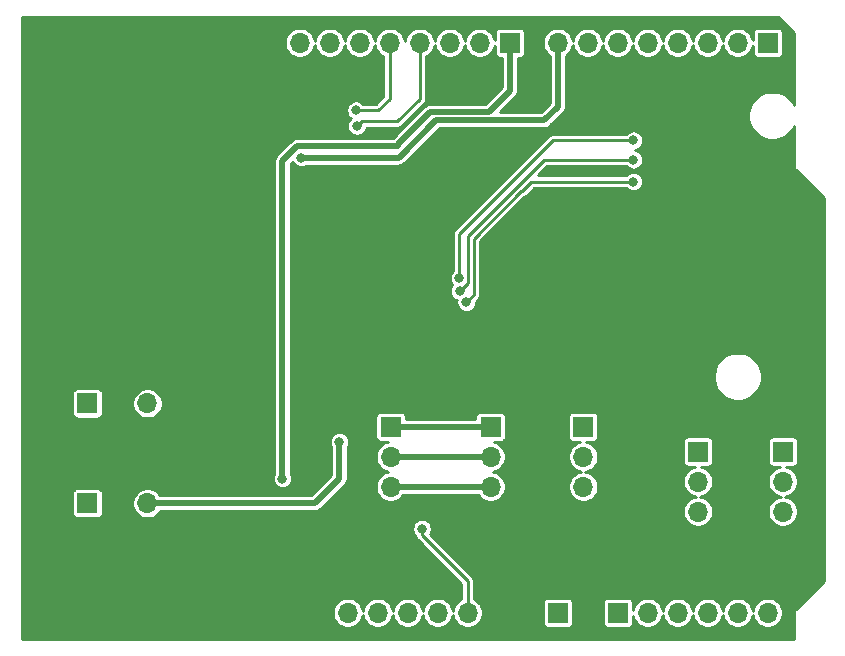
<source format=gbr>
G04 #@! TF.GenerationSoftware,KiCad,Pcbnew,(5.1.5)-3*
G04 #@! TF.CreationDate,2020-07-30T14:07:20+07:00*
G04 #@! TF.ProjectId,lora_shield,6c6f7261-5f73-4686-9965-6c642e6b6963,rev?*
G04 #@! TF.SameCoordinates,Original*
G04 #@! TF.FileFunction,Copper,L2,Bot*
G04 #@! TF.FilePolarity,Positive*
%FSLAX46Y46*%
G04 Gerber Fmt 4.6, Leading zero omitted, Abs format (unit mm)*
G04 Created by KiCad (PCBNEW (5.1.5)-3) date 2020-07-30 14:07:20*
%MOMM*%
%LPD*%
G04 APERTURE LIST*
%ADD10O,1.700000X1.700000*%
%ADD11R,1.700000X1.700000*%
%ADD12R,4.199999X2.540000*%
%ADD13R,4.200000X1.350000*%
%ADD14C,0.800000*%
%ADD15C,0.250000*%
%ADD16C,0.508000*%
%ADD17C,0.254000*%
G04 APERTURE END LIST*
D10*
X156210000Y-105410000D03*
X156210000Y-102870000D03*
X156210000Y-100330000D03*
D11*
X156210000Y-97790000D03*
D10*
X148363200Y-105410000D03*
X148363200Y-102870000D03*
X148363200Y-100330000D03*
D11*
X148363200Y-97790000D03*
D10*
X139903200Y-105410000D03*
X139903200Y-102870000D03*
X139903200Y-100330000D03*
D11*
X139903200Y-97790000D03*
D10*
X119316500Y-95807000D03*
X116776500Y-95807000D03*
D11*
X114236500Y-95807000D03*
D10*
X119316500Y-104267000D03*
X116776500Y-104267000D03*
D11*
X114236500Y-104267000D03*
D12*
X174488500Y-84360500D03*
D13*
X174488500Y-90010500D03*
D10*
X173115500Y-107505500D03*
X173115500Y-104965500D03*
X173115500Y-102425500D03*
D11*
X173115500Y-99885500D03*
D10*
X165925500Y-107505500D03*
X165925500Y-104965500D03*
X165925500Y-102425500D03*
D11*
X165925500Y-99885500D03*
D10*
X136271000Y-113538000D03*
X138811000Y-113538000D03*
X141351000Y-113538000D03*
X143891000Y-113538000D03*
X146431000Y-113538000D03*
X148971000Y-113538000D03*
X151511000Y-113538000D03*
D11*
X154051000Y-113538000D03*
D10*
X171831000Y-113538000D03*
X169291000Y-113538000D03*
X166751000Y-113538000D03*
X164211000Y-113538000D03*
X161671000Y-113538000D03*
D11*
X159131000Y-113538000D03*
D10*
X132207000Y-65278000D03*
X134747000Y-65278000D03*
X137287000Y-65278000D03*
X139827000Y-65278000D03*
X142367000Y-65278000D03*
X144907000Y-65278000D03*
X147447000Y-65278000D03*
D11*
X149987000Y-65278000D03*
D10*
X154051000Y-65278000D03*
X156591000Y-65278000D03*
X159131000Y-65278000D03*
X161671000Y-65278000D03*
X164211000Y-65278000D03*
X166751000Y-65278000D03*
X169291000Y-65278000D03*
D11*
X171831000Y-65278000D03*
D14*
X143256000Y-75311000D03*
X144208500Y-74422000D03*
X134620000Y-72898000D03*
X135763000Y-72898000D03*
X135191500Y-71818500D03*
X149733000Y-90805000D03*
X151003000Y-90805000D03*
X152527000Y-90805000D03*
X141668500Y-92583000D03*
X140843000Y-91757500D03*
X140144500Y-90868500D03*
X139319000Y-89979500D03*
X136588500Y-92392500D03*
X137350500Y-93345000D03*
X138176000Y-94107000D03*
X168846500Y-85852000D03*
X169862500Y-85852000D03*
X170878500Y-85852000D03*
X171831000Y-85852000D03*
X168719500Y-88328500D03*
X169799000Y-88328500D03*
X170815000Y-88328500D03*
X171831000Y-88328500D03*
X142557500Y-106426000D03*
X132334000Y-74993500D03*
X135572500Y-99060000D03*
X136969500Y-70993000D03*
X137047500Y-72326500D03*
X130746500Y-102171500D03*
X145737153Y-86301153D03*
X160464500Y-75184000D03*
X145732500Y-85217000D03*
X160464500Y-73533000D03*
X146304000Y-87249000D03*
X160464500Y-77025500D03*
D15*
X146431000Y-110865185D02*
X146431000Y-113538000D01*
X142557500Y-106426000D02*
X142557500Y-106991685D01*
X142557500Y-106991685D02*
X146431000Y-110865185D01*
D16*
X139903200Y-102870000D02*
X148363200Y-102870000D01*
X154051000Y-70675500D02*
X154051000Y-65278000D01*
X143764000Y-71818500D02*
X152908000Y-71818500D01*
X152908000Y-71818500D02*
X154051000Y-70675500D01*
X132334000Y-74993500D02*
X140589000Y-74993500D01*
X140589000Y-74993500D02*
X143764000Y-71818500D01*
X119316500Y-104267000D02*
X133477000Y-104267000D01*
X133477000Y-104267000D02*
X135572500Y-102171500D01*
X135572500Y-102171500D02*
X135572500Y-99060000D01*
D15*
X136969500Y-70993000D02*
X138874500Y-70993000D01*
X139827000Y-70040500D02*
X139827000Y-65278000D01*
X138874500Y-70993000D02*
X139827000Y-70040500D01*
X137447499Y-71926501D02*
X140480999Y-71926501D01*
X137047500Y-72326500D02*
X137447499Y-71926501D01*
X142367000Y-70040500D02*
X142367000Y-65278000D01*
X140480999Y-71926501D02*
X142367000Y-70040500D01*
D16*
X149987000Y-65278000D02*
X149987000Y-69332490D01*
X148209000Y-71110490D02*
X143265510Y-71110490D01*
X149987000Y-69332490D02*
X148209000Y-71110490D01*
X140525500Y-73850500D02*
X140525500Y-74055724D01*
X143265510Y-71110490D02*
X140525500Y-73850500D01*
X140525500Y-74055724D02*
X131938276Y-74055724D01*
X131938276Y-74055724D02*
X130746500Y-75247500D01*
X130746500Y-75247500D02*
X130746500Y-102171500D01*
X141105281Y-100330000D02*
X148363200Y-100330000D01*
X139903200Y-100330000D02*
X141105281Y-100330000D01*
X139903200Y-97790000D02*
X148363200Y-97790000D01*
D15*
X152908000Y-75184000D02*
X160464500Y-75184000D01*
X146457501Y-81634499D02*
X152908000Y-75184000D01*
X145737153Y-86301153D02*
X146457501Y-85580805D01*
X146457501Y-85580805D02*
X146457501Y-81634499D01*
X145732500Y-85217000D02*
X145732500Y-81470500D01*
X145732500Y-81470500D02*
X153670000Y-73533000D01*
X153670000Y-73533000D02*
X160464500Y-73533000D01*
X151828500Y-77025500D02*
X160464500Y-77025500D01*
X151003000Y-77851000D02*
X151828500Y-77025500D01*
X146304000Y-87249000D02*
X146939000Y-86614000D01*
X146939000Y-81851500D02*
X150939500Y-77851000D01*
X146939000Y-86614000D02*
X146939000Y-81851500D01*
X150939500Y-77851000D02*
X151003000Y-77851000D01*
D17*
G36*
X174041201Y-64451214D02*
G01*
X174041200Y-70544231D01*
X174012558Y-70475082D01*
X173790202Y-70142303D01*
X173507197Y-69859298D01*
X173174418Y-69636942D01*
X172804654Y-69483781D01*
X172412115Y-69405700D01*
X172011885Y-69405700D01*
X171619346Y-69483781D01*
X171249582Y-69636942D01*
X170916803Y-69859298D01*
X170633798Y-70142303D01*
X170411442Y-70475082D01*
X170258281Y-70844846D01*
X170180200Y-71237385D01*
X170180200Y-71637615D01*
X170258281Y-72030154D01*
X170411442Y-72399918D01*
X170633798Y-72732697D01*
X170916803Y-73015702D01*
X171249582Y-73238058D01*
X171619346Y-73391219D01*
X172011885Y-73469300D01*
X172412115Y-73469300D01*
X172804654Y-73391219D01*
X173174418Y-73238058D01*
X173507197Y-73015702D01*
X173790202Y-72732697D01*
X174012558Y-72399918D01*
X174041200Y-72330769D01*
X174041200Y-75669570D01*
X174038991Y-75692000D01*
X174041200Y-75714430D01*
X174041200Y-75714437D01*
X174047810Y-75781547D01*
X174073930Y-75867655D01*
X174116347Y-75947011D01*
X174173431Y-76016569D01*
X174190863Y-76030875D01*
X176581201Y-78421214D01*
X176581200Y-110808787D01*
X174190859Y-113199129D01*
X174173432Y-113213431D01*
X174159130Y-113230858D01*
X174159128Y-113230860D01*
X174116348Y-113282988D01*
X174073930Y-113362345D01*
X174047810Y-113448452D01*
X174038991Y-113538000D01*
X174041201Y-113560440D01*
X174041200Y-115748200D01*
X108660800Y-115748200D01*
X108660800Y-113411754D01*
X134989200Y-113411754D01*
X134989200Y-113664246D01*
X135038459Y-113911887D01*
X135135084Y-114145160D01*
X135275361Y-114355100D01*
X135453900Y-114533639D01*
X135663840Y-114673916D01*
X135897113Y-114770541D01*
X136144754Y-114819800D01*
X136397246Y-114819800D01*
X136644887Y-114770541D01*
X136878160Y-114673916D01*
X137088100Y-114533639D01*
X137266639Y-114355100D01*
X137406916Y-114145160D01*
X137503541Y-113911887D01*
X137541000Y-113723568D01*
X137578459Y-113911887D01*
X137675084Y-114145160D01*
X137815361Y-114355100D01*
X137993900Y-114533639D01*
X138203840Y-114673916D01*
X138437113Y-114770541D01*
X138684754Y-114819800D01*
X138937246Y-114819800D01*
X139184887Y-114770541D01*
X139418160Y-114673916D01*
X139628100Y-114533639D01*
X139806639Y-114355100D01*
X139946916Y-114145160D01*
X140043541Y-113911887D01*
X140081000Y-113723568D01*
X140118459Y-113911887D01*
X140215084Y-114145160D01*
X140355361Y-114355100D01*
X140533900Y-114533639D01*
X140743840Y-114673916D01*
X140977113Y-114770541D01*
X141224754Y-114819800D01*
X141477246Y-114819800D01*
X141724887Y-114770541D01*
X141958160Y-114673916D01*
X142168100Y-114533639D01*
X142346639Y-114355100D01*
X142486916Y-114145160D01*
X142583541Y-113911887D01*
X142621000Y-113723568D01*
X142658459Y-113911887D01*
X142755084Y-114145160D01*
X142895361Y-114355100D01*
X143073900Y-114533639D01*
X143283840Y-114673916D01*
X143517113Y-114770541D01*
X143764754Y-114819800D01*
X144017246Y-114819800D01*
X144264887Y-114770541D01*
X144498160Y-114673916D01*
X144708100Y-114533639D01*
X144886639Y-114355100D01*
X145026916Y-114145160D01*
X145123541Y-113911887D01*
X145161000Y-113723568D01*
X145198459Y-113911887D01*
X145295084Y-114145160D01*
X145435361Y-114355100D01*
X145613900Y-114533639D01*
X145823840Y-114673916D01*
X146057113Y-114770541D01*
X146304754Y-114819800D01*
X146557246Y-114819800D01*
X146804887Y-114770541D01*
X147038160Y-114673916D01*
X147248100Y-114533639D01*
X147426639Y-114355100D01*
X147566916Y-114145160D01*
X147663541Y-113911887D01*
X147712800Y-113664246D01*
X147712800Y-113411754D01*
X147663541Y-113164113D01*
X147566916Y-112930840D01*
X147426639Y-112720900D01*
X147393739Y-112688000D01*
X152767111Y-112688000D01*
X152767111Y-114388000D01*
X152775448Y-114472648D01*
X152800139Y-114554042D01*
X152840234Y-114629056D01*
X152894194Y-114694806D01*
X152959944Y-114748766D01*
X153034958Y-114788861D01*
X153116352Y-114813552D01*
X153201000Y-114821889D01*
X154901000Y-114821889D01*
X154985648Y-114813552D01*
X155067042Y-114788861D01*
X155142056Y-114748766D01*
X155207806Y-114694806D01*
X155261766Y-114629056D01*
X155301861Y-114554042D01*
X155326552Y-114472648D01*
X155334889Y-114388000D01*
X155334889Y-112688000D01*
X157847111Y-112688000D01*
X157847111Y-114388000D01*
X157855448Y-114472648D01*
X157880139Y-114554042D01*
X157920234Y-114629056D01*
X157974194Y-114694806D01*
X158039944Y-114748766D01*
X158114958Y-114788861D01*
X158196352Y-114813552D01*
X158281000Y-114821889D01*
X159981000Y-114821889D01*
X160065648Y-114813552D01*
X160147042Y-114788861D01*
X160222056Y-114748766D01*
X160287806Y-114694806D01*
X160341766Y-114629056D01*
X160381861Y-114554042D01*
X160406552Y-114472648D01*
X160414889Y-114388000D01*
X160414889Y-113793393D01*
X160438459Y-113911887D01*
X160535084Y-114145160D01*
X160675361Y-114355100D01*
X160853900Y-114533639D01*
X161063840Y-114673916D01*
X161297113Y-114770541D01*
X161544754Y-114819800D01*
X161797246Y-114819800D01*
X162044887Y-114770541D01*
X162278160Y-114673916D01*
X162488100Y-114533639D01*
X162666639Y-114355100D01*
X162806916Y-114145160D01*
X162903541Y-113911887D01*
X162941000Y-113723568D01*
X162978459Y-113911887D01*
X163075084Y-114145160D01*
X163215361Y-114355100D01*
X163393900Y-114533639D01*
X163603840Y-114673916D01*
X163837113Y-114770541D01*
X164084754Y-114819800D01*
X164337246Y-114819800D01*
X164584887Y-114770541D01*
X164818160Y-114673916D01*
X165028100Y-114533639D01*
X165206639Y-114355100D01*
X165346916Y-114145160D01*
X165443541Y-113911887D01*
X165481000Y-113723568D01*
X165518459Y-113911887D01*
X165615084Y-114145160D01*
X165755361Y-114355100D01*
X165933900Y-114533639D01*
X166143840Y-114673916D01*
X166377113Y-114770541D01*
X166624754Y-114819800D01*
X166877246Y-114819800D01*
X167124887Y-114770541D01*
X167358160Y-114673916D01*
X167568100Y-114533639D01*
X167746639Y-114355100D01*
X167886916Y-114145160D01*
X167983541Y-113911887D01*
X168021000Y-113723568D01*
X168058459Y-113911887D01*
X168155084Y-114145160D01*
X168295361Y-114355100D01*
X168473900Y-114533639D01*
X168683840Y-114673916D01*
X168917113Y-114770541D01*
X169164754Y-114819800D01*
X169417246Y-114819800D01*
X169664887Y-114770541D01*
X169898160Y-114673916D01*
X170108100Y-114533639D01*
X170286639Y-114355100D01*
X170426916Y-114145160D01*
X170523541Y-113911887D01*
X170561000Y-113723568D01*
X170598459Y-113911887D01*
X170695084Y-114145160D01*
X170835361Y-114355100D01*
X171013900Y-114533639D01*
X171223840Y-114673916D01*
X171457113Y-114770541D01*
X171704754Y-114819800D01*
X171957246Y-114819800D01*
X172204887Y-114770541D01*
X172438160Y-114673916D01*
X172648100Y-114533639D01*
X172826639Y-114355100D01*
X172966916Y-114145160D01*
X173063541Y-113911887D01*
X173112800Y-113664246D01*
X173112800Y-113411754D01*
X173063541Y-113164113D01*
X172966916Y-112930840D01*
X172826639Y-112720900D01*
X172648100Y-112542361D01*
X172438160Y-112402084D01*
X172204887Y-112305459D01*
X171957246Y-112256200D01*
X171704754Y-112256200D01*
X171457113Y-112305459D01*
X171223840Y-112402084D01*
X171013900Y-112542361D01*
X170835361Y-112720900D01*
X170695084Y-112930840D01*
X170598459Y-113164113D01*
X170561000Y-113352432D01*
X170523541Y-113164113D01*
X170426916Y-112930840D01*
X170286639Y-112720900D01*
X170108100Y-112542361D01*
X169898160Y-112402084D01*
X169664887Y-112305459D01*
X169417246Y-112256200D01*
X169164754Y-112256200D01*
X168917113Y-112305459D01*
X168683840Y-112402084D01*
X168473900Y-112542361D01*
X168295361Y-112720900D01*
X168155084Y-112930840D01*
X168058459Y-113164113D01*
X168021000Y-113352432D01*
X167983541Y-113164113D01*
X167886916Y-112930840D01*
X167746639Y-112720900D01*
X167568100Y-112542361D01*
X167358160Y-112402084D01*
X167124887Y-112305459D01*
X166877246Y-112256200D01*
X166624754Y-112256200D01*
X166377113Y-112305459D01*
X166143840Y-112402084D01*
X165933900Y-112542361D01*
X165755361Y-112720900D01*
X165615084Y-112930840D01*
X165518459Y-113164113D01*
X165481000Y-113352432D01*
X165443541Y-113164113D01*
X165346916Y-112930840D01*
X165206639Y-112720900D01*
X165028100Y-112542361D01*
X164818160Y-112402084D01*
X164584887Y-112305459D01*
X164337246Y-112256200D01*
X164084754Y-112256200D01*
X163837113Y-112305459D01*
X163603840Y-112402084D01*
X163393900Y-112542361D01*
X163215361Y-112720900D01*
X163075084Y-112930840D01*
X162978459Y-113164113D01*
X162941000Y-113352432D01*
X162903541Y-113164113D01*
X162806916Y-112930840D01*
X162666639Y-112720900D01*
X162488100Y-112542361D01*
X162278160Y-112402084D01*
X162044887Y-112305459D01*
X161797246Y-112256200D01*
X161544754Y-112256200D01*
X161297113Y-112305459D01*
X161063840Y-112402084D01*
X160853900Y-112542361D01*
X160675361Y-112720900D01*
X160535084Y-112930840D01*
X160438459Y-113164113D01*
X160414889Y-113282607D01*
X160414889Y-112688000D01*
X160406552Y-112603352D01*
X160381861Y-112521958D01*
X160341766Y-112446944D01*
X160287806Y-112381194D01*
X160222056Y-112327234D01*
X160147042Y-112287139D01*
X160065648Y-112262448D01*
X159981000Y-112254111D01*
X158281000Y-112254111D01*
X158196352Y-112262448D01*
X158114958Y-112287139D01*
X158039944Y-112327234D01*
X157974194Y-112381194D01*
X157920234Y-112446944D01*
X157880139Y-112521958D01*
X157855448Y-112603352D01*
X157847111Y-112688000D01*
X155334889Y-112688000D01*
X155326552Y-112603352D01*
X155301861Y-112521958D01*
X155261766Y-112446944D01*
X155207806Y-112381194D01*
X155142056Y-112327234D01*
X155067042Y-112287139D01*
X154985648Y-112262448D01*
X154901000Y-112254111D01*
X153201000Y-112254111D01*
X153116352Y-112262448D01*
X153034958Y-112287139D01*
X152959944Y-112327234D01*
X152894194Y-112381194D01*
X152840234Y-112446944D01*
X152800139Y-112521958D01*
X152775448Y-112603352D01*
X152767111Y-112688000D01*
X147393739Y-112688000D01*
X147248100Y-112542361D01*
X147038160Y-112402084D01*
X146987800Y-112381224D01*
X146987800Y-110892525D01*
X146990493Y-110865184D01*
X146987800Y-110837843D01*
X146987800Y-110837834D01*
X146979743Y-110756033D01*
X146947905Y-110651076D01*
X146896202Y-110554347D01*
X146826622Y-110469563D01*
X146805376Y-110452127D01*
X143246014Y-106892766D01*
X143294632Y-106820005D01*
X143357335Y-106668627D01*
X143389300Y-106507925D01*
X143389300Y-106344075D01*
X143357335Y-106183373D01*
X143294632Y-106031995D01*
X143203601Y-105895758D01*
X143087742Y-105779899D01*
X142951505Y-105688868D01*
X142800127Y-105626165D01*
X142639425Y-105594200D01*
X142475575Y-105594200D01*
X142314873Y-105626165D01*
X142163495Y-105688868D01*
X142027258Y-105779899D01*
X141911399Y-105895758D01*
X141820368Y-106031995D01*
X141757665Y-106183373D01*
X141725700Y-106344075D01*
X141725700Y-106507925D01*
X141757665Y-106668627D01*
X141820368Y-106820005D01*
X141911399Y-106956242D01*
X142003596Y-107048439D01*
X142008757Y-107100837D01*
X142040596Y-107205794D01*
X142092299Y-107302523D01*
X142161879Y-107387307D01*
X142183125Y-107404743D01*
X145874200Y-111095819D01*
X145874201Y-112381224D01*
X145823840Y-112402084D01*
X145613900Y-112542361D01*
X145435361Y-112720900D01*
X145295084Y-112930840D01*
X145198459Y-113164113D01*
X145161000Y-113352432D01*
X145123541Y-113164113D01*
X145026916Y-112930840D01*
X144886639Y-112720900D01*
X144708100Y-112542361D01*
X144498160Y-112402084D01*
X144264887Y-112305459D01*
X144017246Y-112256200D01*
X143764754Y-112256200D01*
X143517113Y-112305459D01*
X143283840Y-112402084D01*
X143073900Y-112542361D01*
X142895361Y-112720900D01*
X142755084Y-112930840D01*
X142658459Y-113164113D01*
X142621000Y-113352432D01*
X142583541Y-113164113D01*
X142486916Y-112930840D01*
X142346639Y-112720900D01*
X142168100Y-112542361D01*
X141958160Y-112402084D01*
X141724887Y-112305459D01*
X141477246Y-112256200D01*
X141224754Y-112256200D01*
X140977113Y-112305459D01*
X140743840Y-112402084D01*
X140533900Y-112542361D01*
X140355361Y-112720900D01*
X140215084Y-112930840D01*
X140118459Y-113164113D01*
X140081000Y-113352432D01*
X140043541Y-113164113D01*
X139946916Y-112930840D01*
X139806639Y-112720900D01*
X139628100Y-112542361D01*
X139418160Y-112402084D01*
X139184887Y-112305459D01*
X138937246Y-112256200D01*
X138684754Y-112256200D01*
X138437113Y-112305459D01*
X138203840Y-112402084D01*
X137993900Y-112542361D01*
X137815361Y-112720900D01*
X137675084Y-112930840D01*
X137578459Y-113164113D01*
X137541000Y-113352432D01*
X137503541Y-113164113D01*
X137406916Y-112930840D01*
X137266639Y-112720900D01*
X137088100Y-112542361D01*
X136878160Y-112402084D01*
X136644887Y-112305459D01*
X136397246Y-112256200D01*
X136144754Y-112256200D01*
X135897113Y-112305459D01*
X135663840Y-112402084D01*
X135453900Y-112542361D01*
X135275361Y-112720900D01*
X135135084Y-112930840D01*
X135038459Y-113164113D01*
X134989200Y-113411754D01*
X108660800Y-113411754D01*
X108660800Y-103417000D01*
X112952611Y-103417000D01*
X112952611Y-105117000D01*
X112960948Y-105201648D01*
X112985639Y-105283042D01*
X113025734Y-105358056D01*
X113079694Y-105423806D01*
X113145444Y-105477766D01*
X113220458Y-105517861D01*
X113301852Y-105542552D01*
X113386500Y-105550889D01*
X115086500Y-105550889D01*
X115171148Y-105542552D01*
X115252542Y-105517861D01*
X115327556Y-105477766D01*
X115393306Y-105423806D01*
X115447266Y-105358056D01*
X115487361Y-105283042D01*
X115512052Y-105201648D01*
X115520389Y-105117000D01*
X115520389Y-104140754D01*
X118034700Y-104140754D01*
X118034700Y-104393246D01*
X118083959Y-104640887D01*
X118180584Y-104874160D01*
X118320861Y-105084100D01*
X118499400Y-105262639D01*
X118709340Y-105402916D01*
X118942613Y-105499541D01*
X119190254Y-105548800D01*
X119442746Y-105548800D01*
X119690387Y-105499541D01*
X119923660Y-105402916D01*
X120133600Y-105262639D01*
X120312139Y-105084100D01*
X120399871Y-104952800D01*
X133443321Y-104952800D01*
X133477000Y-104956117D01*
X133510679Y-104952800D01*
X133510689Y-104952800D01*
X133611440Y-104942877D01*
X133740714Y-104903662D01*
X133859853Y-104839981D01*
X133964280Y-104754280D01*
X133985758Y-104728109D01*
X136033614Y-102680253D01*
X136059779Y-102658780D01*
X136145481Y-102554353D01*
X136209162Y-102435214D01*
X136248377Y-102305940D01*
X136258300Y-102205189D01*
X136258300Y-102205188D01*
X136261618Y-102171500D01*
X136258300Y-102137811D01*
X136258300Y-99530828D01*
X136309632Y-99454005D01*
X136372335Y-99302627D01*
X136404300Y-99141925D01*
X136404300Y-98978075D01*
X136372335Y-98817373D01*
X136309632Y-98665995D01*
X136218601Y-98529758D01*
X136102742Y-98413899D01*
X135966505Y-98322868D01*
X135815127Y-98260165D01*
X135654425Y-98228200D01*
X135490575Y-98228200D01*
X135329873Y-98260165D01*
X135178495Y-98322868D01*
X135042258Y-98413899D01*
X134926399Y-98529758D01*
X134835368Y-98665995D01*
X134772665Y-98817373D01*
X134740700Y-98978075D01*
X134740700Y-99141925D01*
X134772665Y-99302627D01*
X134835368Y-99454005D01*
X134886701Y-99530830D01*
X134886700Y-101887433D01*
X133192933Y-103581200D01*
X120399871Y-103581200D01*
X120312139Y-103449900D01*
X120133600Y-103271361D01*
X119923660Y-103131084D01*
X119690387Y-103034459D01*
X119442746Y-102985200D01*
X119190254Y-102985200D01*
X118942613Y-103034459D01*
X118709340Y-103131084D01*
X118499400Y-103271361D01*
X118320861Y-103449900D01*
X118180584Y-103659840D01*
X118083959Y-103893113D01*
X118034700Y-104140754D01*
X115520389Y-104140754D01*
X115520389Y-103417000D01*
X115512052Y-103332352D01*
X115487361Y-103250958D01*
X115447266Y-103175944D01*
X115393306Y-103110194D01*
X115327556Y-103056234D01*
X115252542Y-103016139D01*
X115171148Y-102991448D01*
X115086500Y-102983111D01*
X113386500Y-102983111D01*
X113301852Y-102991448D01*
X113220458Y-103016139D01*
X113145444Y-103056234D01*
X113079694Y-103110194D01*
X113025734Y-103175944D01*
X112985639Y-103250958D01*
X112960948Y-103332352D01*
X112952611Y-103417000D01*
X108660800Y-103417000D01*
X108660800Y-102089575D01*
X129914700Y-102089575D01*
X129914700Y-102253425D01*
X129946665Y-102414127D01*
X130009368Y-102565505D01*
X130100399Y-102701742D01*
X130216258Y-102817601D01*
X130352495Y-102908632D01*
X130503873Y-102971335D01*
X130664575Y-103003300D01*
X130828425Y-103003300D01*
X130989127Y-102971335D01*
X131140505Y-102908632D01*
X131276742Y-102817601D01*
X131392601Y-102701742D01*
X131483632Y-102565505D01*
X131546335Y-102414127D01*
X131578300Y-102253425D01*
X131578300Y-102089575D01*
X131546335Y-101928873D01*
X131483632Y-101777495D01*
X131432300Y-101700672D01*
X131432300Y-96940000D01*
X138619311Y-96940000D01*
X138619311Y-98640000D01*
X138627648Y-98724648D01*
X138652339Y-98806042D01*
X138692434Y-98881056D01*
X138746394Y-98946806D01*
X138812144Y-99000766D01*
X138887158Y-99040861D01*
X138968552Y-99065552D01*
X139053200Y-99073889D01*
X139647807Y-99073889D01*
X139529313Y-99097459D01*
X139296040Y-99194084D01*
X139086100Y-99334361D01*
X138907561Y-99512900D01*
X138767284Y-99722840D01*
X138670659Y-99956113D01*
X138621400Y-100203754D01*
X138621400Y-100456246D01*
X138670659Y-100703887D01*
X138767284Y-100937160D01*
X138907561Y-101147100D01*
X139086100Y-101325639D01*
X139296040Y-101465916D01*
X139529313Y-101562541D01*
X139717632Y-101600000D01*
X139529313Y-101637459D01*
X139296040Y-101734084D01*
X139086100Y-101874361D01*
X138907561Y-102052900D01*
X138767284Y-102262840D01*
X138670659Y-102496113D01*
X138621400Y-102743754D01*
X138621400Y-102996246D01*
X138670659Y-103243887D01*
X138767284Y-103477160D01*
X138907561Y-103687100D01*
X139086100Y-103865639D01*
X139296040Y-104005916D01*
X139529313Y-104102541D01*
X139776954Y-104151800D01*
X140029446Y-104151800D01*
X140277087Y-104102541D01*
X140510360Y-104005916D01*
X140720300Y-103865639D01*
X140898839Y-103687100D01*
X140986571Y-103555800D01*
X147279829Y-103555800D01*
X147367561Y-103687100D01*
X147546100Y-103865639D01*
X147756040Y-104005916D01*
X147989313Y-104102541D01*
X148236954Y-104151800D01*
X148489446Y-104151800D01*
X148737087Y-104102541D01*
X148970360Y-104005916D01*
X149180300Y-103865639D01*
X149358839Y-103687100D01*
X149499116Y-103477160D01*
X149595741Y-103243887D01*
X149645000Y-102996246D01*
X149645000Y-102743754D01*
X149595741Y-102496113D01*
X149499116Y-102262840D01*
X149358839Y-102052900D01*
X149180300Y-101874361D01*
X148970360Y-101734084D01*
X148737087Y-101637459D01*
X148548768Y-101600000D01*
X148737087Y-101562541D01*
X148970360Y-101465916D01*
X149180300Y-101325639D01*
X149358839Y-101147100D01*
X149499116Y-100937160D01*
X149595741Y-100703887D01*
X149645000Y-100456246D01*
X149645000Y-100203754D01*
X149595741Y-99956113D01*
X149499116Y-99722840D01*
X149358839Y-99512900D01*
X149180300Y-99334361D01*
X148970360Y-99194084D01*
X148737087Y-99097459D01*
X148618593Y-99073889D01*
X149213200Y-99073889D01*
X149297848Y-99065552D01*
X149379242Y-99040861D01*
X149454256Y-99000766D01*
X149520006Y-98946806D01*
X149573966Y-98881056D01*
X149614061Y-98806042D01*
X149638752Y-98724648D01*
X149647089Y-98640000D01*
X149647089Y-96940000D01*
X154926111Y-96940000D01*
X154926111Y-98640000D01*
X154934448Y-98724648D01*
X154959139Y-98806042D01*
X154999234Y-98881056D01*
X155053194Y-98946806D01*
X155118944Y-99000766D01*
X155193958Y-99040861D01*
X155275352Y-99065552D01*
X155360000Y-99073889D01*
X155954607Y-99073889D01*
X155836113Y-99097459D01*
X155602840Y-99194084D01*
X155392900Y-99334361D01*
X155214361Y-99512900D01*
X155074084Y-99722840D01*
X154977459Y-99956113D01*
X154928200Y-100203754D01*
X154928200Y-100456246D01*
X154977459Y-100703887D01*
X155074084Y-100937160D01*
X155214361Y-101147100D01*
X155392900Y-101325639D01*
X155602840Y-101465916D01*
X155836113Y-101562541D01*
X156024432Y-101600000D01*
X155836113Y-101637459D01*
X155602840Y-101734084D01*
X155392900Y-101874361D01*
X155214361Y-102052900D01*
X155074084Y-102262840D01*
X154977459Y-102496113D01*
X154928200Y-102743754D01*
X154928200Y-102996246D01*
X154977459Y-103243887D01*
X155074084Y-103477160D01*
X155214361Y-103687100D01*
X155392900Y-103865639D01*
X155602840Y-104005916D01*
X155836113Y-104102541D01*
X156083754Y-104151800D01*
X156336246Y-104151800D01*
X156583887Y-104102541D01*
X156817160Y-104005916D01*
X157027100Y-103865639D01*
X157205639Y-103687100D01*
X157345916Y-103477160D01*
X157442541Y-103243887D01*
X157491800Y-102996246D01*
X157491800Y-102743754D01*
X157442541Y-102496113D01*
X157345916Y-102262840D01*
X157205639Y-102052900D01*
X157027100Y-101874361D01*
X156817160Y-101734084D01*
X156583887Y-101637459D01*
X156395568Y-101600000D01*
X156583887Y-101562541D01*
X156817160Y-101465916D01*
X157027100Y-101325639D01*
X157205639Y-101147100D01*
X157345916Y-100937160D01*
X157442541Y-100703887D01*
X157491800Y-100456246D01*
X157491800Y-100203754D01*
X157442541Y-99956113D01*
X157345916Y-99722840D01*
X157205639Y-99512900D01*
X157027100Y-99334361D01*
X156817160Y-99194084D01*
X156583887Y-99097459D01*
X156465393Y-99073889D01*
X157060000Y-99073889D01*
X157144648Y-99065552D01*
X157226042Y-99040861D01*
X157236071Y-99035500D01*
X164641611Y-99035500D01*
X164641611Y-100735500D01*
X164649948Y-100820148D01*
X164674639Y-100901542D01*
X164714734Y-100976556D01*
X164768694Y-101042306D01*
X164834444Y-101096266D01*
X164909458Y-101136361D01*
X164990852Y-101161052D01*
X165075500Y-101169389D01*
X165670107Y-101169389D01*
X165551613Y-101192959D01*
X165318340Y-101289584D01*
X165108400Y-101429861D01*
X164929861Y-101608400D01*
X164789584Y-101818340D01*
X164692959Y-102051613D01*
X164643700Y-102299254D01*
X164643700Y-102551746D01*
X164692959Y-102799387D01*
X164789584Y-103032660D01*
X164929861Y-103242600D01*
X165108400Y-103421139D01*
X165318340Y-103561416D01*
X165551613Y-103658041D01*
X165739932Y-103695500D01*
X165551613Y-103732959D01*
X165318340Y-103829584D01*
X165108400Y-103969861D01*
X164929861Y-104148400D01*
X164789584Y-104358340D01*
X164692959Y-104591613D01*
X164643700Y-104839254D01*
X164643700Y-105091746D01*
X164692959Y-105339387D01*
X164789584Y-105572660D01*
X164929861Y-105782600D01*
X165108400Y-105961139D01*
X165318340Y-106101416D01*
X165551613Y-106198041D01*
X165799254Y-106247300D01*
X166051746Y-106247300D01*
X166299387Y-106198041D01*
X166532660Y-106101416D01*
X166742600Y-105961139D01*
X166921139Y-105782600D01*
X167061416Y-105572660D01*
X167158041Y-105339387D01*
X167207300Y-105091746D01*
X167207300Y-104839254D01*
X167158041Y-104591613D01*
X167061416Y-104358340D01*
X166921139Y-104148400D01*
X166742600Y-103969861D01*
X166532660Y-103829584D01*
X166299387Y-103732959D01*
X166111068Y-103695500D01*
X166299387Y-103658041D01*
X166532660Y-103561416D01*
X166742600Y-103421139D01*
X166921139Y-103242600D01*
X167061416Y-103032660D01*
X167158041Y-102799387D01*
X167207300Y-102551746D01*
X167207300Y-102299254D01*
X167158041Y-102051613D01*
X167061416Y-101818340D01*
X166921139Y-101608400D01*
X166742600Y-101429861D01*
X166532660Y-101289584D01*
X166299387Y-101192959D01*
X166180893Y-101169389D01*
X166775500Y-101169389D01*
X166860148Y-101161052D01*
X166941542Y-101136361D01*
X167016556Y-101096266D01*
X167082306Y-101042306D01*
X167136266Y-100976556D01*
X167176361Y-100901542D01*
X167201052Y-100820148D01*
X167209389Y-100735500D01*
X167209389Y-99035500D01*
X171831611Y-99035500D01*
X171831611Y-100735500D01*
X171839948Y-100820148D01*
X171864639Y-100901542D01*
X171904734Y-100976556D01*
X171958694Y-101042306D01*
X172024444Y-101096266D01*
X172099458Y-101136361D01*
X172180852Y-101161052D01*
X172265500Y-101169389D01*
X172860107Y-101169389D01*
X172741613Y-101192959D01*
X172508340Y-101289584D01*
X172298400Y-101429861D01*
X172119861Y-101608400D01*
X171979584Y-101818340D01*
X171882959Y-102051613D01*
X171833700Y-102299254D01*
X171833700Y-102551746D01*
X171882959Y-102799387D01*
X171979584Y-103032660D01*
X172119861Y-103242600D01*
X172298400Y-103421139D01*
X172508340Y-103561416D01*
X172741613Y-103658041D01*
X172929932Y-103695500D01*
X172741613Y-103732959D01*
X172508340Y-103829584D01*
X172298400Y-103969861D01*
X172119861Y-104148400D01*
X171979584Y-104358340D01*
X171882959Y-104591613D01*
X171833700Y-104839254D01*
X171833700Y-105091746D01*
X171882959Y-105339387D01*
X171979584Y-105572660D01*
X172119861Y-105782600D01*
X172298400Y-105961139D01*
X172508340Y-106101416D01*
X172741613Y-106198041D01*
X172989254Y-106247300D01*
X173241746Y-106247300D01*
X173489387Y-106198041D01*
X173722660Y-106101416D01*
X173932600Y-105961139D01*
X174111139Y-105782600D01*
X174251416Y-105572660D01*
X174348041Y-105339387D01*
X174397300Y-105091746D01*
X174397300Y-104839254D01*
X174348041Y-104591613D01*
X174251416Y-104358340D01*
X174111139Y-104148400D01*
X173932600Y-103969861D01*
X173722660Y-103829584D01*
X173489387Y-103732959D01*
X173301068Y-103695500D01*
X173489387Y-103658041D01*
X173722660Y-103561416D01*
X173932600Y-103421139D01*
X174111139Y-103242600D01*
X174251416Y-103032660D01*
X174348041Y-102799387D01*
X174397300Y-102551746D01*
X174397300Y-102299254D01*
X174348041Y-102051613D01*
X174251416Y-101818340D01*
X174111139Y-101608400D01*
X173932600Y-101429861D01*
X173722660Y-101289584D01*
X173489387Y-101192959D01*
X173370893Y-101169389D01*
X173965500Y-101169389D01*
X174050148Y-101161052D01*
X174131542Y-101136361D01*
X174206556Y-101096266D01*
X174272306Y-101042306D01*
X174326266Y-100976556D01*
X174366361Y-100901542D01*
X174391052Y-100820148D01*
X174399389Y-100735500D01*
X174399389Y-99035500D01*
X174391052Y-98950852D01*
X174366361Y-98869458D01*
X174326266Y-98794444D01*
X174272306Y-98728694D01*
X174206556Y-98674734D01*
X174131542Y-98634639D01*
X174050148Y-98609948D01*
X173965500Y-98601611D01*
X172265500Y-98601611D01*
X172180852Y-98609948D01*
X172099458Y-98634639D01*
X172024444Y-98674734D01*
X171958694Y-98728694D01*
X171904734Y-98794444D01*
X171864639Y-98869458D01*
X171839948Y-98950852D01*
X171831611Y-99035500D01*
X167209389Y-99035500D01*
X167201052Y-98950852D01*
X167176361Y-98869458D01*
X167136266Y-98794444D01*
X167082306Y-98728694D01*
X167016556Y-98674734D01*
X166941542Y-98634639D01*
X166860148Y-98609948D01*
X166775500Y-98601611D01*
X165075500Y-98601611D01*
X164990852Y-98609948D01*
X164909458Y-98634639D01*
X164834444Y-98674734D01*
X164768694Y-98728694D01*
X164714734Y-98794444D01*
X164674639Y-98869458D01*
X164649948Y-98950852D01*
X164641611Y-99035500D01*
X157236071Y-99035500D01*
X157301056Y-99000766D01*
X157366806Y-98946806D01*
X157420766Y-98881056D01*
X157460861Y-98806042D01*
X157485552Y-98724648D01*
X157493889Y-98640000D01*
X157493889Y-96940000D01*
X157485552Y-96855352D01*
X157460861Y-96773958D01*
X157420766Y-96698944D01*
X157366806Y-96633194D01*
X157301056Y-96579234D01*
X157226042Y-96539139D01*
X157144648Y-96514448D01*
X157060000Y-96506111D01*
X155360000Y-96506111D01*
X155275352Y-96514448D01*
X155193958Y-96539139D01*
X155118944Y-96579234D01*
X155053194Y-96633194D01*
X154999234Y-96698944D01*
X154959139Y-96773958D01*
X154934448Y-96855352D01*
X154926111Y-96940000D01*
X149647089Y-96940000D01*
X149638752Y-96855352D01*
X149614061Y-96773958D01*
X149573966Y-96698944D01*
X149520006Y-96633194D01*
X149454256Y-96579234D01*
X149379242Y-96539139D01*
X149297848Y-96514448D01*
X149213200Y-96506111D01*
X147513200Y-96506111D01*
X147428552Y-96514448D01*
X147347158Y-96539139D01*
X147272144Y-96579234D01*
X147206394Y-96633194D01*
X147152434Y-96698944D01*
X147112339Y-96773958D01*
X147087648Y-96855352D01*
X147079311Y-96940000D01*
X147079311Y-97104200D01*
X141187089Y-97104200D01*
X141187089Y-96940000D01*
X141178752Y-96855352D01*
X141154061Y-96773958D01*
X141113966Y-96698944D01*
X141060006Y-96633194D01*
X140994256Y-96579234D01*
X140919242Y-96539139D01*
X140837848Y-96514448D01*
X140753200Y-96506111D01*
X139053200Y-96506111D01*
X138968552Y-96514448D01*
X138887158Y-96539139D01*
X138812144Y-96579234D01*
X138746394Y-96633194D01*
X138692434Y-96698944D01*
X138652339Y-96773958D01*
X138627648Y-96855352D01*
X138619311Y-96940000D01*
X131432300Y-96940000D01*
X131432300Y-93335385D01*
X167259200Y-93335385D01*
X167259200Y-93735615D01*
X167337281Y-94128154D01*
X167490442Y-94497918D01*
X167712798Y-94830697D01*
X167995803Y-95113702D01*
X168328582Y-95336058D01*
X168698346Y-95489219D01*
X169090885Y-95567300D01*
X169491115Y-95567300D01*
X169883654Y-95489219D01*
X170253418Y-95336058D01*
X170586197Y-95113702D01*
X170869202Y-94830697D01*
X171091558Y-94497918D01*
X171244719Y-94128154D01*
X171322800Y-93735615D01*
X171322800Y-93335385D01*
X171244719Y-92942846D01*
X171091558Y-92573082D01*
X170869202Y-92240303D01*
X170586197Y-91957298D01*
X170253418Y-91734942D01*
X169883654Y-91581781D01*
X169491115Y-91503700D01*
X169090885Y-91503700D01*
X168698346Y-91581781D01*
X168328582Y-91734942D01*
X167995803Y-91957298D01*
X167712798Y-92240303D01*
X167490442Y-92573082D01*
X167337281Y-92942846D01*
X167259200Y-93335385D01*
X131432300Y-93335385D01*
X131432300Y-85135075D01*
X144900700Y-85135075D01*
X144900700Y-85298925D01*
X144932665Y-85459627D01*
X144995368Y-85611005D01*
X145086399Y-85747242D01*
X145100560Y-85761403D01*
X145091052Y-85770911D01*
X145000021Y-85907148D01*
X144937318Y-86058526D01*
X144905353Y-86219228D01*
X144905353Y-86383078D01*
X144937318Y-86543780D01*
X145000021Y-86695158D01*
X145091052Y-86831395D01*
X145206911Y-86947254D01*
X145343148Y-87038285D01*
X145486044Y-87097475D01*
X145472200Y-87167075D01*
X145472200Y-87330925D01*
X145504165Y-87491627D01*
X145566868Y-87643005D01*
X145657899Y-87779242D01*
X145773758Y-87895101D01*
X145909995Y-87986132D01*
X146061373Y-88048835D01*
X146222075Y-88080800D01*
X146385925Y-88080800D01*
X146546627Y-88048835D01*
X146698005Y-87986132D01*
X146834242Y-87895101D01*
X146950101Y-87779242D01*
X147041132Y-87643005D01*
X147103835Y-87491627D01*
X147135800Y-87330925D01*
X147135800Y-87204634D01*
X147313375Y-87027058D01*
X147334622Y-87009622D01*
X147404202Y-86924838D01*
X147455905Y-86828109D01*
X147487743Y-86723152D01*
X147495800Y-86641351D01*
X147495800Y-86641350D01*
X147498494Y-86614000D01*
X147495800Y-86586649D01*
X147495800Y-82082133D01*
X151206946Y-78370988D01*
X151217109Y-78367905D01*
X151313838Y-78316202D01*
X151398622Y-78246622D01*
X151416063Y-78225370D01*
X152059134Y-77582300D01*
X159844957Y-77582300D01*
X159934258Y-77671601D01*
X160070495Y-77762632D01*
X160221873Y-77825335D01*
X160382575Y-77857300D01*
X160546425Y-77857300D01*
X160707127Y-77825335D01*
X160858505Y-77762632D01*
X160994742Y-77671601D01*
X161110601Y-77555742D01*
X161201632Y-77419505D01*
X161264335Y-77268127D01*
X161296300Y-77107425D01*
X161296300Y-76943575D01*
X161264335Y-76782873D01*
X161201632Y-76631495D01*
X161110601Y-76495258D01*
X160994742Y-76379399D01*
X160858505Y-76288368D01*
X160707127Y-76225665D01*
X160546425Y-76193700D01*
X160382575Y-76193700D01*
X160221873Y-76225665D01*
X160070495Y-76288368D01*
X159934258Y-76379399D01*
X159844957Y-76468700D01*
X152410735Y-76468700D01*
X153138635Y-75740800D01*
X159844957Y-75740800D01*
X159934258Y-75830101D01*
X160070495Y-75921132D01*
X160221873Y-75983835D01*
X160382575Y-76015800D01*
X160546425Y-76015800D01*
X160707127Y-75983835D01*
X160858505Y-75921132D01*
X160994742Y-75830101D01*
X161110601Y-75714242D01*
X161201632Y-75578005D01*
X161264335Y-75426627D01*
X161296300Y-75265925D01*
X161296300Y-75102075D01*
X161264335Y-74941373D01*
X161201632Y-74789995D01*
X161110601Y-74653758D01*
X160994742Y-74537899D01*
X160858505Y-74446868D01*
X160707127Y-74384165D01*
X160578098Y-74358500D01*
X160707127Y-74332835D01*
X160858505Y-74270132D01*
X160994742Y-74179101D01*
X161110601Y-74063242D01*
X161201632Y-73927005D01*
X161264335Y-73775627D01*
X161296300Y-73614925D01*
X161296300Y-73451075D01*
X161264335Y-73290373D01*
X161201632Y-73138995D01*
X161110601Y-73002758D01*
X160994742Y-72886899D01*
X160858505Y-72795868D01*
X160707127Y-72733165D01*
X160546425Y-72701200D01*
X160382575Y-72701200D01*
X160221873Y-72733165D01*
X160070495Y-72795868D01*
X159934258Y-72886899D01*
X159844957Y-72976200D01*
X153697343Y-72976200D01*
X153669999Y-72973507D01*
X153642655Y-72976200D01*
X153642649Y-72976200D01*
X153560848Y-72984257D01*
X153455891Y-73016095D01*
X153359162Y-73067798D01*
X153319639Y-73100234D01*
X153295622Y-73119943D01*
X153295619Y-73119946D01*
X153274378Y-73137378D01*
X153256946Y-73158619D01*
X145358125Y-81057442D01*
X145336879Y-81074878D01*
X145319443Y-81096124D01*
X145267298Y-81159663D01*
X145215596Y-81256391D01*
X145183757Y-81361349D01*
X145173007Y-81470500D01*
X145175701Y-81497854D01*
X145175700Y-84597457D01*
X145086399Y-84686758D01*
X144995368Y-84822995D01*
X144932665Y-84974373D01*
X144900700Y-85135075D01*
X131432300Y-85135075D01*
X131432300Y-75531567D01*
X131590862Y-75373005D01*
X131596868Y-75387505D01*
X131687899Y-75523742D01*
X131803758Y-75639601D01*
X131939995Y-75730632D01*
X132091373Y-75793335D01*
X132252075Y-75825300D01*
X132415925Y-75825300D01*
X132576627Y-75793335D01*
X132728005Y-75730632D01*
X132804828Y-75679300D01*
X140555321Y-75679300D01*
X140589000Y-75682617D01*
X140622679Y-75679300D01*
X140622689Y-75679300D01*
X140723440Y-75669377D01*
X140852714Y-75630162D01*
X140971853Y-75566481D01*
X141076280Y-75480780D01*
X141097758Y-75454609D01*
X144048068Y-72504300D01*
X152874321Y-72504300D01*
X152908000Y-72507617D01*
X152941679Y-72504300D01*
X152941689Y-72504300D01*
X153042440Y-72494377D01*
X153171714Y-72455162D01*
X153290853Y-72391481D01*
X153395280Y-72305780D01*
X153416758Y-72279609D01*
X154512119Y-71184249D01*
X154538279Y-71162780D01*
X154559749Y-71136619D01*
X154559755Y-71136613D01*
X154623980Y-71058354D01*
X154623981Y-71058353D01*
X154687662Y-70939214D01*
X154726877Y-70809940D01*
X154736800Y-70709189D01*
X154736800Y-70709180D01*
X154740117Y-70675501D01*
X154736800Y-70641822D01*
X154736800Y-66361371D01*
X154868100Y-66273639D01*
X155046639Y-66095100D01*
X155186916Y-65885160D01*
X155283541Y-65651887D01*
X155321000Y-65463568D01*
X155358459Y-65651887D01*
X155455084Y-65885160D01*
X155595361Y-66095100D01*
X155773900Y-66273639D01*
X155983840Y-66413916D01*
X156217113Y-66510541D01*
X156464754Y-66559800D01*
X156717246Y-66559800D01*
X156964887Y-66510541D01*
X157198160Y-66413916D01*
X157408100Y-66273639D01*
X157586639Y-66095100D01*
X157726916Y-65885160D01*
X157823541Y-65651887D01*
X157861000Y-65463568D01*
X157898459Y-65651887D01*
X157995084Y-65885160D01*
X158135361Y-66095100D01*
X158313900Y-66273639D01*
X158523840Y-66413916D01*
X158757113Y-66510541D01*
X159004754Y-66559800D01*
X159257246Y-66559800D01*
X159504887Y-66510541D01*
X159738160Y-66413916D01*
X159948100Y-66273639D01*
X160126639Y-66095100D01*
X160266916Y-65885160D01*
X160363541Y-65651887D01*
X160401000Y-65463568D01*
X160438459Y-65651887D01*
X160535084Y-65885160D01*
X160675361Y-66095100D01*
X160853900Y-66273639D01*
X161063840Y-66413916D01*
X161297113Y-66510541D01*
X161544754Y-66559800D01*
X161797246Y-66559800D01*
X162044887Y-66510541D01*
X162278160Y-66413916D01*
X162488100Y-66273639D01*
X162666639Y-66095100D01*
X162806916Y-65885160D01*
X162903541Y-65651887D01*
X162941000Y-65463568D01*
X162978459Y-65651887D01*
X163075084Y-65885160D01*
X163215361Y-66095100D01*
X163393900Y-66273639D01*
X163603840Y-66413916D01*
X163837113Y-66510541D01*
X164084754Y-66559800D01*
X164337246Y-66559800D01*
X164584887Y-66510541D01*
X164818160Y-66413916D01*
X165028100Y-66273639D01*
X165206639Y-66095100D01*
X165346916Y-65885160D01*
X165443541Y-65651887D01*
X165481000Y-65463568D01*
X165518459Y-65651887D01*
X165615084Y-65885160D01*
X165755361Y-66095100D01*
X165933900Y-66273639D01*
X166143840Y-66413916D01*
X166377113Y-66510541D01*
X166624754Y-66559800D01*
X166877246Y-66559800D01*
X167124887Y-66510541D01*
X167358160Y-66413916D01*
X167568100Y-66273639D01*
X167746639Y-66095100D01*
X167886916Y-65885160D01*
X167983541Y-65651887D01*
X168021000Y-65463568D01*
X168058459Y-65651887D01*
X168155084Y-65885160D01*
X168295361Y-66095100D01*
X168473900Y-66273639D01*
X168683840Y-66413916D01*
X168917113Y-66510541D01*
X169164754Y-66559800D01*
X169417246Y-66559800D01*
X169664887Y-66510541D01*
X169898160Y-66413916D01*
X170108100Y-66273639D01*
X170286639Y-66095100D01*
X170426916Y-65885160D01*
X170523541Y-65651887D01*
X170547111Y-65533393D01*
X170547111Y-66128000D01*
X170555448Y-66212648D01*
X170580139Y-66294042D01*
X170620234Y-66369056D01*
X170674194Y-66434806D01*
X170739944Y-66488766D01*
X170814958Y-66528861D01*
X170896352Y-66553552D01*
X170981000Y-66561889D01*
X172681000Y-66561889D01*
X172765648Y-66553552D01*
X172847042Y-66528861D01*
X172922056Y-66488766D01*
X172987806Y-66434806D01*
X173041766Y-66369056D01*
X173081861Y-66294042D01*
X173106552Y-66212648D01*
X173114889Y-66128000D01*
X173114889Y-64428000D01*
X173106552Y-64343352D01*
X173081861Y-64261958D01*
X173041766Y-64186944D01*
X172987806Y-64121194D01*
X172922056Y-64067234D01*
X172847042Y-64027139D01*
X172765648Y-64002448D01*
X172681000Y-63994111D01*
X170981000Y-63994111D01*
X170896352Y-64002448D01*
X170814958Y-64027139D01*
X170739944Y-64067234D01*
X170674194Y-64121194D01*
X170620234Y-64186944D01*
X170580139Y-64261958D01*
X170555448Y-64343352D01*
X170547111Y-64428000D01*
X170547111Y-65022607D01*
X170523541Y-64904113D01*
X170426916Y-64670840D01*
X170286639Y-64460900D01*
X170108100Y-64282361D01*
X169898160Y-64142084D01*
X169664887Y-64045459D01*
X169417246Y-63996200D01*
X169164754Y-63996200D01*
X168917113Y-64045459D01*
X168683840Y-64142084D01*
X168473900Y-64282361D01*
X168295361Y-64460900D01*
X168155084Y-64670840D01*
X168058459Y-64904113D01*
X168021000Y-65092432D01*
X167983541Y-64904113D01*
X167886916Y-64670840D01*
X167746639Y-64460900D01*
X167568100Y-64282361D01*
X167358160Y-64142084D01*
X167124887Y-64045459D01*
X166877246Y-63996200D01*
X166624754Y-63996200D01*
X166377113Y-64045459D01*
X166143840Y-64142084D01*
X165933900Y-64282361D01*
X165755361Y-64460900D01*
X165615084Y-64670840D01*
X165518459Y-64904113D01*
X165481000Y-65092432D01*
X165443541Y-64904113D01*
X165346916Y-64670840D01*
X165206639Y-64460900D01*
X165028100Y-64282361D01*
X164818160Y-64142084D01*
X164584887Y-64045459D01*
X164337246Y-63996200D01*
X164084754Y-63996200D01*
X163837113Y-64045459D01*
X163603840Y-64142084D01*
X163393900Y-64282361D01*
X163215361Y-64460900D01*
X163075084Y-64670840D01*
X162978459Y-64904113D01*
X162941000Y-65092432D01*
X162903541Y-64904113D01*
X162806916Y-64670840D01*
X162666639Y-64460900D01*
X162488100Y-64282361D01*
X162278160Y-64142084D01*
X162044887Y-64045459D01*
X161797246Y-63996200D01*
X161544754Y-63996200D01*
X161297113Y-64045459D01*
X161063840Y-64142084D01*
X160853900Y-64282361D01*
X160675361Y-64460900D01*
X160535084Y-64670840D01*
X160438459Y-64904113D01*
X160401000Y-65092432D01*
X160363541Y-64904113D01*
X160266916Y-64670840D01*
X160126639Y-64460900D01*
X159948100Y-64282361D01*
X159738160Y-64142084D01*
X159504887Y-64045459D01*
X159257246Y-63996200D01*
X159004754Y-63996200D01*
X158757113Y-64045459D01*
X158523840Y-64142084D01*
X158313900Y-64282361D01*
X158135361Y-64460900D01*
X157995084Y-64670840D01*
X157898459Y-64904113D01*
X157861000Y-65092432D01*
X157823541Y-64904113D01*
X157726916Y-64670840D01*
X157586639Y-64460900D01*
X157408100Y-64282361D01*
X157198160Y-64142084D01*
X156964887Y-64045459D01*
X156717246Y-63996200D01*
X156464754Y-63996200D01*
X156217113Y-64045459D01*
X155983840Y-64142084D01*
X155773900Y-64282361D01*
X155595361Y-64460900D01*
X155455084Y-64670840D01*
X155358459Y-64904113D01*
X155321000Y-65092432D01*
X155283541Y-64904113D01*
X155186916Y-64670840D01*
X155046639Y-64460900D01*
X154868100Y-64282361D01*
X154658160Y-64142084D01*
X154424887Y-64045459D01*
X154177246Y-63996200D01*
X153924754Y-63996200D01*
X153677113Y-64045459D01*
X153443840Y-64142084D01*
X153233900Y-64282361D01*
X153055361Y-64460900D01*
X152915084Y-64670840D01*
X152818459Y-64904113D01*
X152769200Y-65151754D01*
X152769200Y-65404246D01*
X152818459Y-65651887D01*
X152915084Y-65885160D01*
X153055361Y-66095100D01*
X153233900Y-66273639D01*
X153365201Y-66361371D01*
X153365200Y-70391432D01*
X152623933Y-71132700D01*
X149156657Y-71132700D01*
X150448109Y-69841248D01*
X150474280Y-69819770D01*
X150559981Y-69715343D01*
X150623662Y-69596204D01*
X150662877Y-69466930D01*
X150672800Y-69366179D01*
X150672800Y-69366176D01*
X150676118Y-69332490D01*
X150672800Y-69298804D01*
X150672800Y-66561889D01*
X150837000Y-66561889D01*
X150921648Y-66553552D01*
X151003042Y-66528861D01*
X151078056Y-66488766D01*
X151143806Y-66434806D01*
X151197766Y-66369056D01*
X151237861Y-66294042D01*
X151262552Y-66212648D01*
X151270889Y-66128000D01*
X151270889Y-64428000D01*
X151262552Y-64343352D01*
X151237861Y-64261958D01*
X151197766Y-64186944D01*
X151143806Y-64121194D01*
X151078056Y-64067234D01*
X151003042Y-64027139D01*
X150921648Y-64002448D01*
X150837000Y-63994111D01*
X149137000Y-63994111D01*
X149052352Y-64002448D01*
X148970958Y-64027139D01*
X148895944Y-64067234D01*
X148830194Y-64121194D01*
X148776234Y-64186944D01*
X148736139Y-64261958D01*
X148711448Y-64343352D01*
X148703111Y-64428000D01*
X148703111Y-65022607D01*
X148679541Y-64904113D01*
X148582916Y-64670840D01*
X148442639Y-64460900D01*
X148264100Y-64282361D01*
X148054160Y-64142084D01*
X147820887Y-64045459D01*
X147573246Y-63996200D01*
X147320754Y-63996200D01*
X147073113Y-64045459D01*
X146839840Y-64142084D01*
X146629900Y-64282361D01*
X146451361Y-64460900D01*
X146311084Y-64670840D01*
X146214459Y-64904113D01*
X146177000Y-65092432D01*
X146139541Y-64904113D01*
X146042916Y-64670840D01*
X145902639Y-64460900D01*
X145724100Y-64282361D01*
X145514160Y-64142084D01*
X145280887Y-64045459D01*
X145033246Y-63996200D01*
X144780754Y-63996200D01*
X144533113Y-64045459D01*
X144299840Y-64142084D01*
X144089900Y-64282361D01*
X143911361Y-64460900D01*
X143771084Y-64670840D01*
X143674459Y-64904113D01*
X143637000Y-65092432D01*
X143599541Y-64904113D01*
X143502916Y-64670840D01*
X143362639Y-64460900D01*
X143184100Y-64282361D01*
X142974160Y-64142084D01*
X142740887Y-64045459D01*
X142493246Y-63996200D01*
X142240754Y-63996200D01*
X141993113Y-64045459D01*
X141759840Y-64142084D01*
X141549900Y-64282361D01*
X141371361Y-64460900D01*
X141231084Y-64670840D01*
X141134459Y-64904113D01*
X141097000Y-65092432D01*
X141059541Y-64904113D01*
X140962916Y-64670840D01*
X140822639Y-64460900D01*
X140644100Y-64282361D01*
X140434160Y-64142084D01*
X140200887Y-64045459D01*
X139953246Y-63996200D01*
X139700754Y-63996200D01*
X139453113Y-64045459D01*
X139219840Y-64142084D01*
X139009900Y-64282361D01*
X138831361Y-64460900D01*
X138691084Y-64670840D01*
X138594459Y-64904113D01*
X138557000Y-65092432D01*
X138519541Y-64904113D01*
X138422916Y-64670840D01*
X138282639Y-64460900D01*
X138104100Y-64282361D01*
X137894160Y-64142084D01*
X137660887Y-64045459D01*
X137413246Y-63996200D01*
X137160754Y-63996200D01*
X136913113Y-64045459D01*
X136679840Y-64142084D01*
X136469900Y-64282361D01*
X136291361Y-64460900D01*
X136151084Y-64670840D01*
X136054459Y-64904113D01*
X136017000Y-65092432D01*
X135979541Y-64904113D01*
X135882916Y-64670840D01*
X135742639Y-64460900D01*
X135564100Y-64282361D01*
X135354160Y-64142084D01*
X135120887Y-64045459D01*
X134873246Y-63996200D01*
X134620754Y-63996200D01*
X134373113Y-64045459D01*
X134139840Y-64142084D01*
X133929900Y-64282361D01*
X133751361Y-64460900D01*
X133611084Y-64670840D01*
X133514459Y-64904113D01*
X133477000Y-65092432D01*
X133439541Y-64904113D01*
X133342916Y-64670840D01*
X133202639Y-64460900D01*
X133024100Y-64282361D01*
X132814160Y-64142084D01*
X132580887Y-64045459D01*
X132333246Y-63996200D01*
X132080754Y-63996200D01*
X131833113Y-64045459D01*
X131599840Y-64142084D01*
X131389900Y-64282361D01*
X131211361Y-64460900D01*
X131071084Y-64670840D01*
X130974459Y-64904113D01*
X130925200Y-65151754D01*
X130925200Y-65404246D01*
X130974459Y-65651887D01*
X131071084Y-65885160D01*
X131211361Y-66095100D01*
X131389900Y-66273639D01*
X131599840Y-66413916D01*
X131833113Y-66510541D01*
X132080754Y-66559800D01*
X132333246Y-66559800D01*
X132580887Y-66510541D01*
X132814160Y-66413916D01*
X133024100Y-66273639D01*
X133202639Y-66095100D01*
X133342916Y-65885160D01*
X133439541Y-65651887D01*
X133477000Y-65463568D01*
X133514459Y-65651887D01*
X133611084Y-65885160D01*
X133751361Y-66095100D01*
X133929900Y-66273639D01*
X134139840Y-66413916D01*
X134373113Y-66510541D01*
X134620754Y-66559800D01*
X134873246Y-66559800D01*
X135120887Y-66510541D01*
X135354160Y-66413916D01*
X135564100Y-66273639D01*
X135742639Y-66095100D01*
X135882916Y-65885160D01*
X135979541Y-65651887D01*
X136017000Y-65463568D01*
X136054459Y-65651887D01*
X136151084Y-65885160D01*
X136291361Y-66095100D01*
X136469900Y-66273639D01*
X136679840Y-66413916D01*
X136913113Y-66510541D01*
X137160754Y-66559800D01*
X137413246Y-66559800D01*
X137660887Y-66510541D01*
X137894160Y-66413916D01*
X138104100Y-66273639D01*
X138282639Y-66095100D01*
X138422916Y-65885160D01*
X138519541Y-65651887D01*
X138557000Y-65463568D01*
X138594459Y-65651887D01*
X138691084Y-65885160D01*
X138831361Y-66095100D01*
X139009900Y-66273639D01*
X139219840Y-66413916D01*
X139270201Y-66434776D01*
X139270200Y-69809866D01*
X138643867Y-70436200D01*
X137589043Y-70436200D01*
X137499742Y-70346899D01*
X137363505Y-70255868D01*
X137212127Y-70193165D01*
X137051425Y-70161200D01*
X136887575Y-70161200D01*
X136726873Y-70193165D01*
X136575495Y-70255868D01*
X136439258Y-70346899D01*
X136323399Y-70462758D01*
X136232368Y-70598995D01*
X136169665Y-70750373D01*
X136137700Y-70911075D01*
X136137700Y-71074925D01*
X136169665Y-71235627D01*
X136232368Y-71387005D01*
X136323399Y-71523242D01*
X136439258Y-71639101D01*
X136510772Y-71686885D01*
X136401399Y-71796258D01*
X136310368Y-71932495D01*
X136247665Y-72083873D01*
X136215700Y-72244575D01*
X136215700Y-72408425D01*
X136247665Y-72569127D01*
X136310368Y-72720505D01*
X136401399Y-72856742D01*
X136517258Y-72972601D01*
X136653495Y-73063632D01*
X136804873Y-73126335D01*
X136965575Y-73158300D01*
X137129425Y-73158300D01*
X137290127Y-73126335D01*
X137441505Y-73063632D01*
X137577742Y-72972601D01*
X137693601Y-72856742D01*
X137784632Y-72720505D01*
X137847335Y-72569127D01*
X137864407Y-72483301D01*
X140453655Y-72483301D01*
X140480999Y-72485994D01*
X140508343Y-72483301D01*
X140508350Y-72483301D01*
X140590151Y-72475244D01*
X140695108Y-72443406D01*
X140791837Y-72391703D01*
X140876621Y-72322123D01*
X140894062Y-72300871D01*
X142741376Y-70453558D01*
X142762622Y-70436122D01*
X142832202Y-70351338D01*
X142883905Y-70254609D01*
X142915743Y-70149652D01*
X142923800Y-70067851D01*
X142923800Y-70067845D01*
X142926493Y-70040501D01*
X142923800Y-70013157D01*
X142923800Y-66434776D01*
X142974160Y-66413916D01*
X143184100Y-66273639D01*
X143362639Y-66095100D01*
X143502916Y-65885160D01*
X143599541Y-65651887D01*
X143637000Y-65463568D01*
X143674459Y-65651887D01*
X143771084Y-65885160D01*
X143911361Y-66095100D01*
X144089900Y-66273639D01*
X144299840Y-66413916D01*
X144533113Y-66510541D01*
X144780754Y-66559800D01*
X145033246Y-66559800D01*
X145280887Y-66510541D01*
X145514160Y-66413916D01*
X145724100Y-66273639D01*
X145902639Y-66095100D01*
X146042916Y-65885160D01*
X146139541Y-65651887D01*
X146177000Y-65463568D01*
X146214459Y-65651887D01*
X146311084Y-65885160D01*
X146451361Y-66095100D01*
X146629900Y-66273639D01*
X146839840Y-66413916D01*
X147073113Y-66510541D01*
X147320754Y-66559800D01*
X147573246Y-66559800D01*
X147820887Y-66510541D01*
X148054160Y-66413916D01*
X148264100Y-66273639D01*
X148442639Y-66095100D01*
X148582916Y-65885160D01*
X148679541Y-65651887D01*
X148703111Y-65533393D01*
X148703111Y-66128000D01*
X148711448Y-66212648D01*
X148736139Y-66294042D01*
X148776234Y-66369056D01*
X148830194Y-66434806D01*
X148895944Y-66488766D01*
X148970958Y-66528861D01*
X149052352Y-66553552D01*
X149137000Y-66561889D01*
X149301200Y-66561889D01*
X149301201Y-69048422D01*
X147924933Y-70424690D01*
X143299188Y-70424690D01*
X143265509Y-70421373D01*
X143231830Y-70424690D01*
X143231821Y-70424690D01*
X143131070Y-70434613D01*
X143001796Y-70473828D01*
X142882657Y-70537509D01*
X142882655Y-70537510D01*
X142882656Y-70537510D01*
X142806519Y-70599994D01*
X142778230Y-70623210D01*
X142756757Y-70649375D01*
X140064387Y-73341746D01*
X140038220Y-73363221D01*
X140032719Y-73369924D01*
X131971962Y-73369924D01*
X131938276Y-73366606D01*
X131904590Y-73369924D01*
X131904587Y-73369924D01*
X131803836Y-73379847D01*
X131674562Y-73419062D01*
X131555423Y-73482743D01*
X131450996Y-73568444D01*
X131429518Y-73594615D01*
X130285387Y-74738746D01*
X130259220Y-74760221D01*
X130173519Y-74864648D01*
X130109838Y-74983787D01*
X130070623Y-75113061D01*
X130060700Y-75213812D01*
X130060700Y-75213821D01*
X130057383Y-75247500D01*
X130060700Y-75281179D01*
X130060701Y-101700670D01*
X130009368Y-101777495D01*
X129946665Y-101928873D01*
X129914700Y-102089575D01*
X108660800Y-102089575D01*
X108660800Y-94957000D01*
X112952611Y-94957000D01*
X112952611Y-96657000D01*
X112960948Y-96741648D01*
X112985639Y-96823042D01*
X113025734Y-96898056D01*
X113079694Y-96963806D01*
X113145444Y-97017766D01*
X113220458Y-97057861D01*
X113301852Y-97082552D01*
X113386500Y-97090889D01*
X115086500Y-97090889D01*
X115171148Y-97082552D01*
X115252542Y-97057861D01*
X115327556Y-97017766D01*
X115393306Y-96963806D01*
X115447266Y-96898056D01*
X115487361Y-96823042D01*
X115512052Y-96741648D01*
X115520389Y-96657000D01*
X115520389Y-95680754D01*
X118034700Y-95680754D01*
X118034700Y-95933246D01*
X118083959Y-96180887D01*
X118180584Y-96414160D01*
X118320861Y-96624100D01*
X118499400Y-96802639D01*
X118709340Y-96942916D01*
X118942613Y-97039541D01*
X119190254Y-97088800D01*
X119442746Y-97088800D01*
X119690387Y-97039541D01*
X119923660Y-96942916D01*
X120133600Y-96802639D01*
X120312139Y-96624100D01*
X120452416Y-96414160D01*
X120549041Y-96180887D01*
X120598300Y-95933246D01*
X120598300Y-95680754D01*
X120549041Y-95433113D01*
X120452416Y-95199840D01*
X120312139Y-94989900D01*
X120133600Y-94811361D01*
X119923660Y-94671084D01*
X119690387Y-94574459D01*
X119442746Y-94525200D01*
X119190254Y-94525200D01*
X118942613Y-94574459D01*
X118709340Y-94671084D01*
X118499400Y-94811361D01*
X118320861Y-94989900D01*
X118180584Y-95199840D01*
X118083959Y-95433113D01*
X118034700Y-95680754D01*
X115520389Y-95680754D01*
X115520389Y-94957000D01*
X115512052Y-94872352D01*
X115487361Y-94790958D01*
X115447266Y-94715944D01*
X115393306Y-94650194D01*
X115327556Y-94596234D01*
X115252542Y-94556139D01*
X115171148Y-94531448D01*
X115086500Y-94523111D01*
X113386500Y-94523111D01*
X113301852Y-94531448D01*
X113220458Y-94556139D01*
X113145444Y-94596234D01*
X113079694Y-94650194D01*
X113025734Y-94715944D01*
X112985639Y-94790958D01*
X112960948Y-94872352D01*
X112952611Y-94957000D01*
X108660800Y-94957000D01*
X108660800Y-63067800D01*
X172657788Y-63067800D01*
X174041201Y-64451214D01*
G37*
X174041201Y-64451214D02*
X174041200Y-70544231D01*
X174012558Y-70475082D01*
X173790202Y-70142303D01*
X173507197Y-69859298D01*
X173174418Y-69636942D01*
X172804654Y-69483781D01*
X172412115Y-69405700D01*
X172011885Y-69405700D01*
X171619346Y-69483781D01*
X171249582Y-69636942D01*
X170916803Y-69859298D01*
X170633798Y-70142303D01*
X170411442Y-70475082D01*
X170258281Y-70844846D01*
X170180200Y-71237385D01*
X170180200Y-71637615D01*
X170258281Y-72030154D01*
X170411442Y-72399918D01*
X170633798Y-72732697D01*
X170916803Y-73015702D01*
X171249582Y-73238058D01*
X171619346Y-73391219D01*
X172011885Y-73469300D01*
X172412115Y-73469300D01*
X172804654Y-73391219D01*
X173174418Y-73238058D01*
X173507197Y-73015702D01*
X173790202Y-72732697D01*
X174012558Y-72399918D01*
X174041200Y-72330769D01*
X174041200Y-75669570D01*
X174038991Y-75692000D01*
X174041200Y-75714430D01*
X174041200Y-75714437D01*
X174047810Y-75781547D01*
X174073930Y-75867655D01*
X174116347Y-75947011D01*
X174173431Y-76016569D01*
X174190863Y-76030875D01*
X176581201Y-78421214D01*
X176581200Y-110808787D01*
X174190859Y-113199129D01*
X174173432Y-113213431D01*
X174159130Y-113230858D01*
X174159128Y-113230860D01*
X174116348Y-113282988D01*
X174073930Y-113362345D01*
X174047810Y-113448452D01*
X174038991Y-113538000D01*
X174041201Y-113560440D01*
X174041200Y-115748200D01*
X108660800Y-115748200D01*
X108660800Y-113411754D01*
X134989200Y-113411754D01*
X134989200Y-113664246D01*
X135038459Y-113911887D01*
X135135084Y-114145160D01*
X135275361Y-114355100D01*
X135453900Y-114533639D01*
X135663840Y-114673916D01*
X135897113Y-114770541D01*
X136144754Y-114819800D01*
X136397246Y-114819800D01*
X136644887Y-114770541D01*
X136878160Y-114673916D01*
X137088100Y-114533639D01*
X137266639Y-114355100D01*
X137406916Y-114145160D01*
X137503541Y-113911887D01*
X137541000Y-113723568D01*
X137578459Y-113911887D01*
X137675084Y-114145160D01*
X137815361Y-114355100D01*
X137993900Y-114533639D01*
X138203840Y-114673916D01*
X138437113Y-114770541D01*
X138684754Y-114819800D01*
X138937246Y-114819800D01*
X139184887Y-114770541D01*
X139418160Y-114673916D01*
X139628100Y-114533639D01*
X139806639Y-114355100D01*
X139946916Y-114145160D01*
X140043541Y-113911887D01*
X140081000Y-113723568D01*
X140118459Y-113911887D01*
X140215084Y-114145160D01*
X140355361Y-114355100D01*
X140533900Y-114533639D01*
X140743840Y-114673916D01*
X140977113Y-114770541D01*
X141224754Y-114819800D01*
X141477246Y-114819800D01*
X141724887Y-114770541D01*
X141958160Y-114673916D01*
X142168100Y-114533639D01*
X142346639Y-114355100D01*
X142486916Y-114145160D01*
X142583541Y-113911887D01*
X142621000Y-113723568D01*
X142658459Y-113911887D01*
X142755084Y-114145160D01*
X142895361Y-114355100D01*
X143073900Y-114533639D01*
X143283840Y-114673916D01*
X143517113Y-114770541D01*
X143764754Y-114819800D01*
X144017246Y-114819800D01*
X144264887Y-114770541D01*
X144498160Y-114673916D01*
X144708100Y-114533639D01*
X144886639Y-114355100D01*
X145026916Y-114145160D01*
X145123541Y-113911887D01*
X145161000Y-113723568D01*
X145198459Y-113911887D01*
X145295084Y-114145160D01*
X145435361Y-114355100D01*
X145613900Y-114533639D01*
X145823840Y-114673916D01*
X146057113Y-114770541D01*
X146304754Y-114819800D01*
X146557246Y-114819800D01*
X146804887Y-114770541D01*
X147038160Y-114673916D01*
X147248100Y-114533639D01*
X147426639Y-114355100D01*
X147566916Y-114145160D01*
X147663541Y-113911887D01*
X147712800Y-113664246D01*
X147712800Y-113411754D01*
X147663541Y-113164113D01*
X147566916Y-112930840D01*
X147426639Y-112720900D01*
X147393739Y-112688000D01*
X152767111Y-112688000D01*
X152767111Y-114388000D01*
X152775448Y-114472648D01*
X152800139Y-114554042D01*
X152840234Y-114629056D01*
X152894194Y-114694806D01*
X152959944Y-114748766D01*
X153034958Y-114788861D01*
X153116352Y-114813552D01*
X153201000Y-114821889D01*
X154901000Y-114821889D01*
X154985648Y-114813552D01*
X155067042Y-114788861D01*
X155142056Y-114748766D01*
X155207806Y-114694806D01*
X155261766Y-114629056D01*
X155301861Y-114554042D01*
X155326552Y-114472648D01*
X155334889Y-114388000D01*
X155334889Y-112688000D01*
X157847111Y-112688000D01*
X157847111Y-114388000D01*
X157855448Y-114472648D01*
X157880139Y-114554042D01*
X157920234Y-114629056D01*
X157974194Y-114694806D01*
X158039944Y-114748766D01*
X158114958Y-114788861D01*
X158196352Y-114813552D01*
X158281000Y-114821889D01*
X159981000Y-114821889D01*
X160065648Y-114813552D01*
X160147042Y-114788861D01*
X160222056Y-114748766D01*
X160287806Y-114694806D01*
X160341766Y-114629056D01*
X160381861Y-114554042D01*
X160406552Y-114472648D01*
X160414889Y-114388000D01*
X160414889Y-113793393D01*
X160438459Y-113911887D01*
X160535084Y-114145160D01*
X160675361Y-114355100D01*
X160853900Y-114533639D01*
X161063840Y-114673916D01*
X161297113Y-114770541D01*
X161544754Y-114819800D01*
X161797246Y-114819800D01*
X162044887Y-114770541D01*
X162278160Y-114673916D01*
X162488100Y-114533639D01*
X162666639Y-114355100D01*
X162806916Y-114145160D01*
X162903541Y-113911887D01*
X162941000Y-113723568D01*
X162978459Y-113911887D01*
X163075084Y-114145160D01*
X163215361Y-114355100D01*
X163393900Y-114533639D01*
X163603840Y-114673916D01*
X163837113Y-114770541D01*
X164084754Y-114819800D01*
X164337246Y-114819800D01*
X164584887Y-114770541D01*
X164818160Y-114673916D01*
X165028100Y-114533639D01*
X165206639Y-114355100D01*
X165346916Y-114145160D01*
X165443541Y-113911887D01*
X165481000Y-113723568D01*
X165518459Y-113911887D01*
X165615084Y-114145160D01*
X165755361Y-114355100D01*
X165933900Y-114533639D01*
X166143840Y-114673916D01*
X166377113Y-114770541D01*
X166624754Y-114819800D01*
X166877246Y-114819800D01*
X167124887Y-114770541D01*
X167358160Y-114673916D01*
X167568100Y-114533639D01*
X167746639Y-114355100D01*
X167886916Y-114145160D01*
X167983541Y-113911887D01*
X168021000Y-113723568D01*
X168058459Y-113911887D01*
X168155084Y-114145160D01*
X168295361Y-114355100D01*
X168473900Y-114533639D01*
X168683840Y-114673916D01*
X168917113Y-114770541D01*
X169164754Y-114819800D01*
X169417246Y-114819800D01*
X169664887Y-114770541D01*
X169898160Y-114673916D01*
X170108100Y-114533639D01*
X170286639Y-114355100D01*
X170426916Y-114145160D01*
X170523541Y-113911887D01*
X170561000Y-113723568D01*
X170598459Y-113911887D01*
X170695084Y-114145160D01*
X170835361Y-114355100D01*
X171013900Y-114533639D01*
X171223840Y-114673916D01*
X171457113Y-114770541D01*
X171704754Y-114819800D01*
X171957246Y-114819800D01*
X172204887Y-114770541D01*
X172438160Y-114673916D01*
X172648100Y-114533639D01*
X172826639Y-114355100D01*
X172966916Y-114145160D01*
X173063541Y-113911887D01*
X173112800Y-113664246D01*
X173112800Y-113411754D01*
X173063541Y-113164113D01*
X172966916Y-112930840D01*
X172826639Y-112720900D01*
X172648100Y-112542361D01*
X172438160Y-112402084D01*
X172204887Y-112305459D01*
X171957246Y-112256200D01*
X171704754Y-112256200D01*
X171457113Y-112305459D01*
X171223840Y-112402084D01*
X171013900Y-112542361D01*
X170835361Y-112720900D01*
X170695084Y-112930840D01*
X170598459Y-113164113D01*
X170561000Y-113352432D01*
X170523541Y-113164113D01*
X170426916Y-112930840D01*
X170286639Y-112720900D01*
X170108100Y-112542361D01*
X169898160Y-112402084D01*
X169664887Y-112305459D01*
X169417246Y-112256200D01*
X169164754Y-112256200D01*
X168917113Y-112305459D01*
X168683840Y-112402084D01*
X168473900Y-112542361D01*
X168295361Y-112720900D01*
X168155084Y-112930840D01*
X168058459Y-113164113D01*
X168021000Y-113352432D01*
X167983541Y-113164113D01*
X167886916Y-112930840D01*
X167746639Y-112720900D01*
X167568100Y-112542361D01*
X167358160Y-112402084D01*
X167124887Y-112305459D01*
X166877246Y-112256200D01*
X166624754Y-112256200D01*
X166377113Y-112305459D01*
X166143840Y-112402084D01*
X165933900Y-112542361D01*
X165755361Y-112720900D01*
X165615084Y-112930840D01*
X165518459Y-113164113D01*
X165481000Y-113352432D01*
X165443541Y-113164113D01*
X165346916Y-112930840D01*
X165206639Y-112720900D01*
X165028100Y-112542361D01*
X164818160Y-112402084D01*
X164584887Y-112305459D01*
X164337246Y-112256200D01*
X164084754Y-112256200D01*
X163837113Y-112305459D01*
X163603840Y-112402084D01*
X163393900Y-112542361D01*
X163215361Y-112720900D01*
X163075084Y-112930840D01*
X162978459Y-113164113D01*
X162941000Y-113352432D01*
X162903541Y-113164113D01*
X162806916Y-112930840D01*
X162666639Y-112720900D01*
X162488100Y-112542361D01*
X162278160Y-112402084D01*
X162044887Y-112305459D01*
X161797246Y-112256200D01*
X161544754Y-112256200D01*
X161297113Y-112305459D01*
X161063840Y-112402084D01*
X160853900Y-112542361D01*
X160675361Y-112720900D01*
X160535084Y-112930840D01*
X160438459Y-113164113D01*
X160414889Y-113282607D01*
X160414889Y-112688000D01*
X160406552Y-112603352D01*
X160381861Y-112521958D01*
X160341766Y-112446944D01*
X160287806Y-112381194D01*
X160222056Y-112327234D01*
X160147042Y-112287139D01*
X160065648Y-112262448D01*
X159981000Y-112254111D01*
X158281000Y-112254111D01*
X158196352Y-112262448D01*
X158114958Y-112287139D01*
X158039944Y-112327234D01*
X157974194Y-112381194D01*
X157920234Y-112446944D01*
X157880139Y-112521958D01*
X157855448Y-112603352D01*
X157847111Y-112688000D01*
X155334889Y-112688000D01*
X155326552Y-112603352D01*
X155301861Y-112521958D01*
X155261766Y-112446944D01*
X155207806Y-112381194D01*
X155142056Y-112327234D01*
X155067042Y-112287139D01*
X154985648Y-112262448D01*
X154901000Y-112254111D01*
X153201000Y-112254111D01*
X153116352Y-112262448D01*
X153034958Y-112287139D01*
X152959944Y-112327234D01*
X152894194Y-112381194D01*
X152840234Y-112446944D01*
X152800139Y-112521958D01*
X152775448Y-112603352D01*
X152767111Y-112688000D01*
X147393739Y-112688000D01*
X147248100Y-112542361D01*
X147038160Y-112402084D01*
X146987800Y-112381224D01*
X146987800Y-110892525D01*
X146990493Y-110865184D01*
X146987800Y-110837843D01*
X146987800Y-110837834D01*
X146979743Y-110756033D01*
X146947905Y-110651076D01*
X146896202Y-110554347D01*
X146826622Y-110469563D01*
X146805376Y-110452127D01*
X143246014Y-106892766D01*
X143294632Y-106820005D01*
X143357335Y-106668627D01*
X143389300Y-106507925D01*
X143389300Y-106344075D01*
X143357335Y-106183373D01*
X143294632Y-106031995D01*
X143203601Y-105895758D01*
X143087742Y-105779899D01*
X142951505Y-105688868D01*
X142800127Y-105626165D01*
X142639425Y-105594200D01*
X142475575Y-105594200D01*
X142314873Y-105626165D01*
X142163495Y-105688868D01*
X142027258Y-105779899D01*
X141911399Y-105895758D01*
X141820368Y-106031995D01*
X141757665Y-106183373D01*
X141725700Y-106344075D01*
X141725700Y-106507925D01*
X141757665Y-106668627D01*
X141820368Y-106820005D01*
X141911399Y-106956242D01*
X142003596Y-107048439D01*
X142008757Y-107100837D01*
X142040596Y-107205794D01*
X142092299Y-107302523D01*
X142161879Y-107387307D01*
X142183125Y-107404743D01*
X145874200Y-111095819D01*
X145874201Y-112381224D01*
X145823840Y-112402084D01*
X145613900Y-112542361D01*
X145435361Y-112720900D01*
X145295084Y-112930840D01*
X145198459Y-113164113D01*
X145161000Y-113352432D01*
X145123541Y-113164113D01*
X145026916Y-112930840D01*
X144886639Y-112720900D01*
X144708100Y-112542361D01*
X144498160Y-112402084D01*
X144264887Y-112305459D01*
X144017246Y-112256200D01*
X143764754Y-112256200D01*
X143517113Y-112305459D01*
X143283840Y-112402084D01*
X143073900Y-112542361D01*
X142895361Y-112720900D01*
X142755084Y-112930840D01*
X142658459Y-113164113D01*
X142621000Y-113352432D01*
X142583541Y-113164113D01*
X142486916Y-112930840D01*
X142346639Y-112720900D01*
X142168100Y-112542361D01*
X141958160Y-112402084D01*
X141724887Y-112305459D01*
X141477246Y-112256200D01*
X141224754Y-112256200D01*
X140977113Y-112305459D01*
X140743840Y-112402084D01*
X140533900Y-112542361D01*
X140355361Y-112720900D01*
X140215084Y-112930840D01*
X140118459Y-113164113D01*
X140081000Y-113352432D01*
X140043541Y-113164113D01*
X139946916Y-112930840D01*
X139806639Y-112720900D01*
X139628100Y-112542361D01*
X139418160Y-112402084D01*
X139184887Y-112305459D01*
X138937246Y-112256200D01*
X138684754Y-112256200D01*
X138437113Y-112305459D01*
X138203840Y-112402084D01*
X137993900Y-112542361D01*
X137815361Y-112720900D01*
X137675084Y-112930840D01*
X137578459Y-113164113D01*
X137541000Y-113352432D01*
X137503541Y-113164113D01*
X137406916Y-112930840D01*
X137266639Y-112720900D01*
X137088100Y-112542361D01*
X136878160Y-112402084D01*
X136644887Y-112305459D01*
X136397246Y-112256200D01*
X136144754Y-112256200D01*
X135897113Y-112305459D01*
X135663840Y-112402084D01*
X135453900Y-112542361D01*
X135275361Y-112720900D01*
X135135084Y-112930840D01*
X135038459Y-113164113D01*
X134989200Y-113411754D01*
X108660800Y-113411754D01*
X108660800Y-103417000D01*
X112952611Y-103417000D01*
X112952611Y-105117000D01*
X112960948Y-105201648D01*
X112985639Y-105283042D01*
X113025734Y-105358056D01*
X113079694Y-105423806D01*
X113145444Y-105477766D01*
X113220458Y-105517861D01*
X113301852Y-105542552D01*
X113386500Y-105550889D01*
X115086500Y-105550889D01*
X115171148Y-105542552D01*
X115252542Y-105517861D01*
X115327556Y-105477766D01*
X115393306Y-105423806D01*
X115447266Y-105358056D01*
X115487361Y-105283042D01*
X115512052Y-105201648D01*
X115520389Y-105117000D01*
X115520389Y-104140754D01*
X118034700Y-104140754D01*
X118034700Y-104393246D01*
X118083959Y-104640887D01*
X118180584Y-104874160D01*
X118320861Y-105084100D01*
X118499400Y-105262639D01*
X118709340Y-105402916D01*
X118942613Y-105499541D01*
X119190254Y-105548800D01*
X119442746Y-105548800D01*
X119690387Y-105499541D01*
X119923660Y-105402916D01*
X120133600Y-105262639D01*
X120312139Y-105084100D01*
X120399871Y-104952800D01*
X133443321Y-104952800D01*
X133477000Y-104956117D01*
X133510679Y-104952800D01*
X133510689Y-104952800D01*
X133611440Y-104942877D01*
X133740714Y-104903662D01*
X133859853Y-104839981D01*
X133964280Y-104754280D01*
X133985758Y-104728109D01*
X136033614Y-102680253D01*
X136059779Y-102658780D01*
X136145481Y-102554353D01*
X136209162Y-102435214D01*
X136248377Y-102305940D01*
X136258300Y-102205189D01*
X136258300Y-102205188D01*
X136261618Y-102171500D01*
X136258300Y-102137811D01*
X136258300Y-99530828D01*
X136309632Y-99454005D01*
X136372335Y-99302627D01*
X136404300Y-99141925D01*
X136404300Y-98978075D01*
X136372335Y-98817373D01*
X136309632Y-98665995D01*
X136218601Y-98529758D01*
X136102742Y-98413899D01*
X135966505Y-98322868D01*
X135815127Y-98260165D01*
X135654425Y-98228200D01*
X135490575Y-98228200D01*
X135329873Y-98260165D01*
X135178495Y-98322868D01*
X135042258Y-98413899D01*
X134926399Y-98529758D01*
X134835368Y-98665995D01*
X134772665Y-98817373D01*
X134740700Y-98978075D01*
X134740700Y-99141925D01*
X134772665Y-99302627D01*
X134835368Y-99454005D01*
X134886701Y-99530830D01*
X134886700Y-101887433D01*
X133192933Y-103581200D01*
X120399871Y-103581200D01*
X120312139Y-103449900D01*
X120133600Y-103271361D01*
X119923660Y-103131084D01*
X119690387Y-103034459D01*
X119442746Y-102985200D01*
X119190254Y-102985200D01*
X118942613Y-103034459D01*
X118709340Y-103131084D01*
X118499400Y-103271361D01*
X118320861Y-103449900D01*
X118180584Y-103659840D01*
X118083959Y-103893113D01*
X118034700Y-104140754D01*
X115520389Y-104140754D01*
X115520389Y-103417000D01*
X115512052Y-103332352D01*
X115487361Y-103250958D01*
X115447266Y-103175944D01*
X115393306Y-103110194D01*
X115327556Y-103056234D01*
X115252542Y-103016139D01*
X115171148Y-102991448D01*
X115086500Y-102983111D01*
X113386500Y-102983111D01*
X113301852Y-102991448D01*
X113220458Y-103016139D01*
X113145444Y-103056234D01*
X113079694Y-103110194D01*
X113025734Y-103175944D01*
X112985639Y-103250958D01*
X112960948Y-103332352D01*
X112952611Y-103417000D01*
X108660800Y-103417000D01*
X108660800Y-102089575D01*
X129914700Y-102089575D01*
X129914700Y-102253425D01*
X129946665Y-102414127D01*
X130009368Y-102565505D01*
X130100399Y-102701742D01*
X130216258Y-102817601D01*
X130352495Y-102908632D01*
X130503873Y-102971335D01*
X130664575Y-103003300D01*
X130828425Y-103003300D01*
X130989127Y-102971335D01*
X131140505Y-102908632D01*
X131276742Y-102817601D01*
X131392601Y-102701742D01*
X131483632Y-102565505D01*
X131546335Y-102414127D01*
X131578300Y-102253425D01*
X131578300Y-102089575D01*
X131546335Y-101928873D01*
X131483632Y-101777495D01*
X131432300Y-101700672D01*
X131432300Y-96940000D01*
X138619311Y-96940000D01*
X138619311Y-98640000D01*
X138627648Y-98724648D01*
X138652339Y-98806042D01*
X138692434Y-98881056D01*
X138746394Y-98946806D01*
X138812144Y-99000766D01*
X138887158Y-99040861D01*
X138968552Y-99065552D01*
X139053200Y-99073889D01*
X139647807Y-99073889D01*
X139529313Y-99097459D01*
X139296040Y-99194084D01*
X139086100Y-99334361D01*
X138907561Y-99512900D01*
X138767284Y-99722840D01*
X138670659Y-99956113D01*
X138621400Y-100203754D01*
X138621400Y-100456246D01*
X138670659Y-100703887D01*
X138767284Y-100937160D01*
X138907561Y-101147100D01*
X139086100Y-101325639D01*
X139296040Y-101465916D01*
X139529313Y-101562541D01*
X139717632Y-101600000D01*
X139529313Y-101637459D01*
X139296040Y-101734084D01*
X139086100Y-101874361D01*
X138907561Y-102052900D01*
X138767284Y-102262840D01*
X138670659Y-102496113D01*
X138621400Y-102743754D01*
X138621400Y-102996246D01*
X138670659Y-103243887D01*
X138767284Y-103477160D01*
X138907561Y-103687100D01*
X139086100Y-103865639D01*
X139296040Y-104005916D01*
X139529313Y-104102541D01*
X139776954Y-104151800D01*
X140029446Y-104151800D01*
X140277087Y-104102541D01*
X140510360Y-104005916D01*
X140720300Y-103865639D01*
X140898839Y-103687100D01*
X140986571Y-103555800D01*
X147279829Y-103555800D01*
X147367561Y-103687100D01*
X147546100Y-103865639D01*
X147756040Y-104005916D01*
X147989313Y-104102541D01*
X148236954Y-104151800D01*
X148489446Y-104151800D01*
X148737087Y-104102541D01*
X148970360Y-104005916D01*
X149180300Y-103865639D01*
X149358839Y-103687100D01*
X149499116Y-103477160D01*
X149595741Y-103243887D01*
X149645000Y-102996246D01*
X149645000Y-102743754D01*
X149595741Y-102496113D01*
X149499116Y-102262840D01*
X149358839Y-102052900D01*
X149180300Y-101874361D01*
X148970360Y-101734084D01*
X148737087Y-101637459D01*
X148548768Y-101600000D01*
X148737087Y-101562541D01*
X148970360Y-101465916D01*
X149180300Y-101325639D01*
X149358839Y-101147100D01*
X149499116Y-100937160D01*
X149595741Y-100703887D01*
X149645000Y-100456246D01*
X149645000Y-100203754D01*
X149595741Y-99956113D01*
X149499116Y-99722840D01*
X149358839Y-99512900D01*
X149180300Y-99334361D01*
X148970360Y-99194084D01*
X148737087Y-99097459D01*
X148618593Y-99073889D01*
X149213200Y-99073889D01*
X149297848Y-99065552D01*
X149379242Y-99040861D01*
X149454256Y-99000766D01*
X149520006Y-98946806D01*
X149573966Y-98881056D01*
X149614061Y-98806042D01*
X149638752Y-98724648D01*
X149647089Y-98640000D01*
X149647089Y-96940000D01*
X154926111Y-96940000D01*
X154926111Y-98640000D01*
X154934448Y-98724648D01*
X154959139Y-98806042D01*
X154999234Y-98881056D01*
X155053194Y-98946806D01*
X155118944Y-99000766D01*
X155193958Y-99040861D01*
X155275352Y-99065552D01*
X155360000Y-99073889D01*
X155954607Y-99073889D01*
X155836113Y-99097459D01*
X155602840Y-99194084D01*
X155392900Y-99334361D01*
X155214361Y-99512900D01*
X155074084Y-99722840D01*
X154977459Y-99956113D01*
X154928200Y-100203754D01*
X154928200Y-100456246D01*
X154977459Y-100703887D01*
X155074084Y-100937160D01*
X155214361Y-101147100D01*
X155392900Y-101325639D01*
X155602840Y-101465916D01*
X155836113Y-101562541D01*
X156024432Y-101600000D01*
X155836113Y-101637459D01*
X155602840Y-101734084D01*
X155392900Y-101874361D01*
X155214361Y-102052900D01*
X155074084Y-102262840D01*
X154977459Y-102496113D01*
X154928200Y-102743754D01*
X154928200Y-102996246D01*
X154977459Y-103243887D01*
X155074084Y-103477160D01*
X155214361Y-103687100D01*
X155392900Y-103865639D01*
X155602840Y-104005916D01*
X155836113Y-104102541D01*
X156083754Y-104151800D01*
X156336246Y-104151800D01*
X156583887Y-104102541D01*
X156817160Y-104005916D01*
X157027100Y-103865639D01*
X157205639Y-103687100D01*
X157345916Y-103477160D01*
X157442541Y-103243887D01*
X157491800Y-102996246D01*
X157491800Y-102743754D01*
X157442541Y-102496113D01*
X157345916Y-102262840D01*
X157205639Y-102052900D01*
X157027100Y-101874361D01*
X156817160Y-101734084D01*
X156583887Y-101637459D01*
X156395568Y-101600000D01*
X156583887Y-101562541D01*
X156817160Y-101465916D01*
X157027100Y-101325639D01*
X157205639Y-101147100D01*
X157345916Y-100937160D01*
X157442541Y-100703887D01*
X157491800Y-100456246D01*
X157491800Y-100203754D01*
X157442541Y-99956113D01*
X157345916Y-99722840D01*
X157205639Y-99512900D01*
X157027100Y-99334361D01*
X156817160Y-99194084D01*
X156583887Y-99097459D01*
X156465393Y-99073889D01*
X157060000Y-99073889D01*
X157144648Y-99065552D01*
X157226042Y-99040861D01*
X157236071Y-99035500D01*
X164641611Y-99035500D01*
X164641611Y-100735500D01*
X164649948Y-100820148D01*
X164674639Y-100901542D01*
X164714734Y-100976556D01*
X164768694Y-101042306D01*
X164834444Y-101096266D01*
X164909458Y-101136361D01*
X164990852Y-101161052D01*
X165075500Y-101169389D01*
X165670107Y-101169389D01*
X165551613Y-101192959D01*
X165318340Y-101289584D01*
X165108400Y-101429861D01*
X164929861Y-101608400D01*
X164789584Y-101818340D01*
X164692959Y-102051613D01*
X164643700Y-102299254D01*
X164643700Y-102551746D01*
X164692959Y-102799387D01*
X164789584Y-103032660D01*
X164929861Y-103242600D01*
X165108400Y-103421139D01*
X165318340Y-103561416D01*
X165551613Y-103658041D01*
X165739932Y-103695500D01*
X165551613Y-103732959D01*
X165318340Y-103829584D01*
X165108400Y-103969861D01*
X164929861Y-104148400D01*
X164789584Y-104358340D01*
X164692959Y-104591613D01*
X164643700Y-104839254D01*
X164643700Y-105091746D01*
X164692959Y-105339387D01*
X164789584Y-105572660D01*
X164929861Y-105782600D01*
X165108400Y-105961139D01*
X165318340Y-106101416D01*
X165551613Y-106198041D01*
X165799254Y-106247300D01*
X166051746Y-106247300D01*
X166299387Y-106198041D01*
X166532660Y-106101416D01*
X166742600Y-105961139D01*
X166921139Y-105782600D01*
X167061416Y-105572660D01*
X167158041Y-105339387D01*
X167207300Y-105091746D01*
X167207300Y-104839254D01*
X167158041Y-104591613D01*
X167061416Y-104358340D01*
X166921139Y-104148400D01*
X166742600Y-103969861D01*
X166532660Y-103829584D01*
X166299387Y-103732959D01*
X166111068Y-103695500D01*
X166299387Y-103658041D01*
X166532660Y-103561416D01*
X166742600Y-103421139D01*
X166921139Y-103242600D01*
X167061416Y-103032660D01*
X167158041Y-102799387D01*
X167207300Y-102551746D01*
X167207300Y-102299254D01*
X167158041Y-102051613D01*
X167061416Y-101818340D01*
X166921139Y-101608400D01*
X166742600Y-101429861D01*
X166532660Y-101289584D01*
X166299387Y-101192959D01*
X166180893Y-101169389D01*
X166775500Y-101169389D01*
X166860148Y-101161052D01*
X166941542Y-101136361D01*
X167016556Y-101096266D01*
X167082306Y-101042306D01*
X167136266Y-100976556D01*
X167176361Y-100901542D01*
X167201052Y-100820148D01*
X167209389Y-100735500D01*
X167209389Y-99035500D01*
X171831611Y-99035500D01*
X171831611Y-100735500D01*
X171839948Y-100820148D01*
X171864639Y-100901542D01*
X171904734Y-100976556D01*
X171958694Y-101042306D01*
X172024444Y-101096266D01*
X172099458Y-101136361D01*
X172180852Y-101161052D01*
X172265500Y-101169389D01*
X172860107Y-101169389D01*
X172741613Y-101192959D01*
X172508340Y-101289584D01*
X172298400Y-101429861D01*
X172119861Y-101608400D01*
X171979584Y-101818340D01*
X171882959Y-102051613D01*
X171833700Y-102299254D01*
X171833700Y-102551746D01*
X171882959Y-102799387D01*
X171979584Y-103032660D01*
X172119861Y-103242600D01*
X172298400Y-103421139D01*
X172508340Y-103561416D01*
X172741613Y-103658041D01*
X172929932Y-103695500D01*
X172741613Y-103732959D01*
X172508340Y-103829584D01*
X172298400Y-103969861D01*
X172119861Y-104148400D01*
X171979584Y-104358340D01*
X171882959Y-104591613D01*
X171833700Y-104839254D01*
X171833700Y-105091746D01*
X171882959Y-105339387D01*
X171979584Y-105572660D01*
X172119861Y-105782600D01*
X172298400Y-105961139D01*
X172508340Y-106101416D01*
X172741613Y-106198041D01*
X172989254Y-106247300D01*
X173241746Y-106247300D01*
X173489387Y-106198041D01*
X173722660Y-106101416D01*
X173932600Y-105961139D01*
X174111139Y-105782600D01*
X174251416Y-105572660D01*
X174348041Y-105339387D01*
X174397300Y-105091746D01*
X174397300Y-104839254D01*
X174348041Y-104591613D01*
X174251416Y-104358340D01*
X174111139Y-104148400D01*
X173932600Y-103969861D01*
X173722660Y-103829584D01*
X173489387Y-103732959D01*
X173301068Y-103695500D01*
X173489387Y-103658041D01*
X173722660Y-103561416D01*
X173932600Y-103421139D01*
X174111139Y-103242600D01*
X174251416Y-103032660D01*
X174348041Y-102799387D01*
X174397300Y-102551746D01*
X174397300Y-102299254D01*
X174348041Y-102051613D01*
X174251416Y-101818340D01*
X174111139Y-101608400D01*
X173932600Y-101429861D01*
X173722660Y-101289584D01*
X173489387Y-101192959D01*
X173370893Y-101169389D01*
X173965500Y-101169389D01*
X174050148Y-101161052D01*
X174131542Y-101136361D01*
X174206556Y-101096266D01*
X174272306Y-101042306D01*
X174326266Y-100976556D01*
X174366361Y-100901542D01*
X174391052Y-100820148D01*
X174399389Y-100735500D01*
X174399389Y-99035500D01*
X174391052Y-98950852D01*
X174366361Y-98869458D01*
X174326266Y-98794444D01*
X174272306Y-98728694D01*
X174206556Y-98674734D01*
X174131542Y-98634639D01*
X174050148Y-98609948D01*
X173965500Y-98601611D01*
X172265500Y-98601611D01*
X172180852Y-98609948D01*
X172099458Y-98634639D01*
X172024444Y-98674734D01*
X171958694Y-98728694D01*
X171904734Y-98794444D01*
X171864639Y-98869458D01*
X171839948Y-98950852D01*
X171831611Y-99035500D01*
X167209389Y-99035500D01*
X167201052Y-98950852D01*
X167176361Y-98869458D01*
X167136266Y-98794444D01*
X167082306Y-98728694D01*
X167016556Y-98674734D01*
X166941542Y-98634639D01*
X166860148Y-98609948D01*
X166775500Y-98601611D01*
X165075500Y-98601611D01*
X164990852Y-98609948D01*
X164909458Y-98634639D01*
X164834444Y-98674734D01*
X164768694Y-98728694D01*
X164714734Y-98794444D01*
X164674639Y-98869458D01*
X164649948Y-98950852D01*
X164641611Y-99035500D01*
X157236071Y-99035500D01*
X157301056Y-99000766D01*
X157366806Y-98946806D01*
X157420766Y-98881056D01*
X157460861Y-98806042D01*
X157485552Y-98724648D01*
X157493889Y-98640000D01*
X157493889Y-96940000D01*
X157485552Y-96855352D01*
X157460861Y-96773958D01*
X157420766Y-96698944D01*
X157366806Y-96633194D01*
X157301056Y-96579234D01*
X157226042Y-96539139D01*
X157144648Y-96514448D01*
X157060000Y-96506111D01*
X155360000Y-96506111D01*
X155275352Y-96514448D01*
X155193958Y-96539139D01*
X155118944Y-96579234D01*
X155053194Y-96633194D01*
X154999234Y-96698944D01*
X154959139Y-96773958D01*
X154934448Y-96855352D01*
X154926111Y-96940000D01*
X149647089Y-96940000D01*
X149638752Y-96855352D01*
X149614061Y-96773958D01*
X149573966Y-96698944D01*
X149520006Y-96633194D01*
X149454256Y-96579234D01*
X149379242Y-96539139D01*
X149297848Y-96514448D01*
X149213200Y-96506111D01*
X147513200Y-96506111D01*
X147428552Y-96514448D01*
X147347158Y-96539139D01*
X147272144Y-96579234D01*
X147206394Y-96633194D01*
X147152434Y-96698944D01*
X147112339Y-96773958D01*
X147087648Y-96855352D01*
X147079311Y-96940000D01*
X147079311Y-97104200D01*
X141187089Y-97104200D01*
X141187089Y-96940000D01*
X141178752Y-96855352D01*
X141154061Y-96773958D01*
X141113966Y-96698944D01*
X141060006Y-96633194D01*
X140994256Y-96579234D01*
X140919242Y-96539139D01*
X140837848Y-96514448D01*
X140753200Y-96506111D01*
X139053200Y-96506111D01*
X138968552Y-96514448D01*
X138887158Y-96539139D01*
X138812144Y-96579234D01*
X138746394Y-96633194D01*
X138692434Y-96698944D01*
X138652339Y-96773958D01*
X138627648Y-96855352D01*
X138619311Y-96940000D01*
X131432300Y-96940000D01*
X131432300Y-93335385D01*
X167259200Y-93335385D01*
X167259200Y-93735615D01*
X167337281Y-94128154D01*
X167490442Y-94497918D01*
X167712798Y-94830697D01*
X167995803Y-95113702D01*
X168328582Y-95336058D01*
X168698346Y-95489219D01*
X169090885Y-95567300D01*
X169491115Y-95567300D01*
X169883654Y-95489219D01*
X170253418Y-95336058D01*
X170586197Y-95113702D01*
X170869202Y-94830697D01*
X171091558Y-94497918D01*
X171244719Y-94128154D01*
X171322800Y-93735615D01*
X171322800Y-93335385D01*
X171244719Y-92942846D01*
X171091558Y-92573082D01*
X170869202Y-92240303D01*
X170586197Y-91957298D01*
X170253418Y-91734942D01*
X169883654Y-91581781D01*
X169491115Y-91503700D01*
X169090885Y-91503700D01*
X168698346Y-91581781D01*
X168328582Y-91734942D01*
X167995803Y-91957298D01*
X167712798Y-92240303D01*
X167490442Y-92573082D01*
X167337281Y-92942846D01*
X167259200Y-93335385D01*
X131432300Y-93335385D01*
X131432300Y-85135075D01*
X144900700Y-85135075D01*
X144900700Y-85298925D01*
X144932665Y-85459627D01*
X144995368Y-85611005D01*
X145086399Y-85747242D01*
X145100560Y-85761403D01*
X145091052Y-85770911D01*
X145000021Y-85907148D01*
X144937318Y-86058526D01*
X144905353Y-86219228D01*
X144905353Y-86383078D01*
X144937318Y-86543780D01*
X145000021Y-86695158D01*
X145091052Y-86831395D01*
X145206911Y-86947254D01*
X145343148Y-87038285D01*
X145486044Y-87097475D01*
X145472200Y-87167075D01*
X145472200Y-87330925D01*
X145504165Y-87491627D01*
X145566868Y-87643005D01*
X145657899Y-87779242D01*
X145773758Y-87895101D01*
X145909995Y-87986132D01*
X146061373Y-88048835D01*
X146222075Y-88080800D01*
X146385925Y-88080800D01*
X146546627Y-88048835D01*
X146698005Y-87986132D01*
X146834242Y-87895101D01*
X146950101Y-87779242D01*
X147041132Y-87643005D01*
X147103835Y-87491627D01*
X147135800Y-87330925D01*
X147135800Y-87204634D01*
X147313375Y-87027058D01*
X147334622Y-87009622D01*
X147404202Y-86924838D01*
X147455905Y-86828109D01*
X147487743Y-86723152D01*
X147495800Y-86641351D01*
X147495800Y-86641350D01*
X147498494Y-86614000D01*
X147495800Y-86586649D01*
X147495800Y-82082133D01*
X151206946Y-78370988D01*
X151217109Y-78367905D01*
X151313838Y-78316202D01*
X151398622Y-78246622D01*
X151416063Y-78225370D01*
X152059134Y-77582300D01*
X159844957Y-77582300D01*
X159934258Y-77671601D01*
X160070495Y-77762632D01*
X160221873Y-77825335D01*
X160382575Y-77857300D01*
X160546425Y-77857300D01*
X160707127Y-77825335D01*
X160858505Y-77762632D01*
X160994742Y-77671601D01*
X161110601Y-77555742D01*
X161201632Y-77419505D01*
X161264335Y-77268127D01*
X161296300Y-77107425D01*
X161296300Y-76943575D01*
X161264335Y-76782873D01*
X161201632Y-76631495D01*
X161110601Y-76495258D01*
X160994742Y-76379399D01*
X160858505Y-76288368D01*
X160707127Y-76225665D01*
X160546425Y-76193700D01*
X160382575Y-76193700D01*
X160221873Y-76225665D01*
X160070495Y-76288368D01*
X159934258Y-76379399D01*
X159844957Y-76468700D01*
X152410735Y-76468700D01*
X153138635Y-75740800D01*
X159844957Y-75740800D01*
X159934258Y-75830101D01*
X160070495Y-75921132D01*
X160221873Y-75983835D01*
X160382575Y-76015800D01*
X160546425Y-76015800D01*
X160707127Y-75983835D01*
X160858505Y-75921132D01*
X160994742Y-75830101D01*
X161110601Y-75714242D01*
X161201632Y-75578005D01*
X161264335Y-75426627D01*
X161296300Y-75265925D01*
X161296300Y-75102075D01*
X161264335Y-74941373D01*
X161201632Y-74789995D01*
X161110601Y-74653758D01*
X160994742Y-74537899D01*
X160858505Y-74446868D01*
X160707127Y-74384165D01*
X160578098Y-74358500D01*
X160707127Y-74332835D01*
X160858505Y-74270132D01*
X160994742Y-74179101D01*
X161110601Y-74063242D01*
X161201632Y-73927005D01*
X161264335Y-73775627D01*
X161296300Y-73614925D01*
X161296300Y-73451075D01*
X161264335Y-73290373D01*
X161201632Y-73138995D01*
X161110601Y-73002758D01*
X160994742Y-72886899D01*
X160858505Y-72795868D01*
X160707127Y-72733165D01*
X160546425Y-72701200D01*
X160382575Y-72701200D01*
X160221873Y-72733165D01*
X160070495Y-72795868D01*
X159934258Y-72886899D01*
X159844957Y-72976200D01*
X153697343Y-72976200D01*
X153669999Y-72973507D01*
X153642655Y-72976200D01*
X153642649Y-72976200D01*
X153560848Y-72984257D01*
X153455891Y-73016095D01*
X153359162Y-73067798D01*
X153319639Y-73100234D01*
X153295622Y-73119943D01*
X153295619Y-73119946D01*
X153274378Y-73137378D01*
X153256946Y-73158619D01*
X145358125Y-81057442D01*
X145336879Y-81074878D01*
X145319443Y-81096124D01*
X145267298Y-81159663D01*
X145215596Y-81256391D01*
X145183757Y-81361349D01*
X145173007Y-81470500D01*
X145175701Y-81497854D01*
X145175700Y-84597457D01*
X145086399Y-84686758D01*
X144995368Y-84822995D01*
X144932665Y-84974373D01*
X144900700Y-85135075D01*
X131432300Y-85135075D01*
X131432300Y-75531567D01*
X131590862Y-75373005D01*
X131596868Y-75387505D01*
X131687899Y-75523742D01*
X131803758Y-75639601D01*
X131939995Y-75730632D01*
X132091373Y-75793335D01*
X132252075Y-75825300D01*
X132415925Y-75825300D01*
X132576627Y-75793335D01*
X132728005Y-75730632D01*
X132804828Y-75679300D01*
X140555321Y-75679300D01*
X140589000Y-75682617D01*
X140622679Y-75679300D01*
X140622689Y-75679300D01*
X140723440Y-75669377D01*
X140852714Y-75630162D01*
X140971853Y-75566481D01*
X141076280Y-75480780D01*
X141097758Y-75454609D01*
X144048068Y-72504300D01*
X152874321Y-72504300D01*
X152908000Y-72507617D01*
X152941679Y-72504300D01*
X152941689Y-72504300D01*
X153042440Y-72494377D01*
X153171714Y-72455162D01*
X153290853Y-72391481D01*
X153395280Y-72305780D01*
X153416758Y-72279609D01*
X154512119Y-71184249D01*
X154538279Y-71162780D01*
X154559749Y-71136619D01*
X154559755Y-71136613D01*
X154623980Y-71058354D01*
X154623981Y-71058353D01*
X154687662Y-70939214D01*
X154726877Y-70809940D01*
X154736800Y-70709189D01*
X154736800Y-70709180D01*
X154740117Y-70675501D01*
X154736800Y-70641822D01*
X154736800Y-66361371D01*
X154868100Y-66273639D01*
X155046639Y-66095100D01*
X155186916Y-65885160D01*
X155283541Y-65651887D01*
X155321000Y-65463568D01*
X155358459Y-65651887D01*
X155455084Y-65885160D01*
X155595361Y-66095100D01*
X155773900Y-66273639D01*
X155983840Y-66413916D01*
X156217113Y-66510541D01*
X156464754Y-66559800D01*
X156717246Y-66559800D01*
X156964887Y-66510541D01*
X157198160Y-66413916D01*
X157408100Y-66273639D01*
X157586639Y-66095100D01*
X157726916Y-65885160D01*
X157823541Y-65651887D01*
X157861000Y-65463568D01*
X157898459Y-65651887D01*
X157995084Y-65885160D01*
X158135361Y-66095100D01*
X158313900Y-66273639D01*
X158523840Y-66413916D01*
X158757113Y-66510541D01*
X159004754Y-66559800D01*
X159257246Y-66559800D01*
X159504887Y-66510541D01*
X159738160Y-66413916D01*
X159948100Y-66273639D01*
X160126639Y-66095100D01*
X160266916Y-65885160D01*
X160363541Y-65651887D01*
X160401000Y-65463568D01*
X160438459Y-65651887D01*
X160535084Y-65885160D01*
X160675361Y-66095100D01*
X160853900Y-66273639D01*
X161063840Y-66413916D01*
X161297113Y-66510541D01*
X161544754Y-66559800D01*
X161797246Y-66559800D01*
X162044887Y-66510541D01*
X162278160Y-66413916D01*
X162488100Y-66273639D01*
X162666639Y-66095100D01*
X162806916Y-65885160D01*
X162903541Y-65651887D01*
X162941000Y-65463568D01*
X162978459Y-65651887D01*
X163075084Y-65885160D01*
X163215361Y-66095100D01*
X163393900Y-66273639D01*
X163603840Y-66413916D01*
X163837113Y-66510541D01*
X164084754Y-66559800D01*
X164337246Y-66559800D01*
X164584887Y-66510541D01*
X164818160Y-66413916D01*
X165028100Y-66273639D01*
X165206639Y-66095100D01*
X165346916Y-65885160D01*
X165443541Y-65651887D01*
X165481000Y-65463568D01*
X165518459Y-65651887D01*
X165615084Y-65885160D01*
X165755361Y-66095100D01*
X165933900Y-66273639D01*
X166143840Y-66413916D01*
X166377113Y-66510541D01*
X166624754Y-66559800D01*
X166877246Y-66559800D01*
X167124887Y-66510541D01*
X167358160Y-66413916D01*
X167568100Y-66273639D01*
X167746639Y-66095100D01*
X167886916Y-65885160D01*
X167983541Y-65651887D01*
X168021000Y-65463568D01*
X168058459Y-65651887D01*
X168155084Y-65885160D01*
X168295361Y-66095100D01*
X168473900Y-66273639D01*
X168683840Y-66413916D01*
X168917113Y-66510541D01*
X169164754Y-66559800D01*
X169417246Y-66559800D01*
X169664887Y-66510541D01*
X169898160Y-66413916D01*
X170108100Y-66273639D01*
X170286639Y-66095100D01*
X170426916Y-65885160D01*
X170523541Y-65651887D01*
X170547111Y-65533393D01*
X170547111Y-66128000D01*
X170555448Y-66212648D01*
X170580139Y-66294042D01*
X170620234Y-66369056D01*
X170674194Y-66434806D01*
X170739944Y-66488766D01*
X170814958Y-66528861D01*
X170896352Y-66553552D01*
X170981000Y-66561889D01*
X172681000Y-66561889D01*
X172765648Y-66553552D01*
X172847042Y-66528861D01*
X172922056Y-66488766D01*
X172987806Y-66434806D01*
X173041766Y-66369056D01*
X173081861Y-66294042D01*
X173106552Y-66212648D01*
X173114889Y-66128000D01*
X173114889Y-64428000D01*
X173106552Y-64343352D01*
X173081861Y-64261958D01*
X173041766Y-64186944D01*
X172987806Y-64121194D01*
X172922056Y-64067234D01*
X172847042Y-64027139D01*
X172765648Y-64002448D01*
X172681000Y-63994111D01*
X170981000Y-63994111D01*
X170896352Y-64002448D01*
X170814958Y-64027139D01*
X170739944Y-64067234D01*
X170674194Y-64121194D01*
X170620234Y-64186944D01*
X170580139Y-64261958D01*
X170555448Y-64343352D01*
X170547111Y-64428000D01*
X170547111Y-65022607D01*
X170523541Y-64904113D01*
X170426916Y-64670840D01*
X170286639Y-64460900D01*
X170108100Y-64282361D01*
X169898160Y-64142084D01*
X169664887Y-64045459D01*
X169417246Y-63996200D01*
X169164754Y-63996200D01*
X168917113Y-64045459D01*
X168683840Y-64142084D01*
X168473900Y-64282361D01*
X168295361Y-64460900D01*
X168155084Y-64670840D01*
X168058459Y-64904113D01*
X168021000Y-65092432D01*
X167983541Y-64904113D01*
X167886916Y-64670840D01*
X167746639Y-64460900D01*
X167568100Y-64282361D01*
X167358160Y-64142084D01*
X167124887Y-64045459D01*
X166877246Y-63996200D01*
X166624754Y-63996200D01*
X166377113Y-64045459D01*
X166143840Y-64142084D01*
X165933900Y-64282361D01*
X165755361Y-64460900D01*
X165615084Y-64670840D01*
X165518459Y-64904113D01*
X165481000Y-65092432D01*
X165443541Y-64904113D01*
X165346916Y-64670840D01*
X165206639Y-64460900D01*
X165028100Y-64282361D01*
X164818160Y-64142084D01*
X164584887Y-64045459D01*
X164337246Y-63996200D01*
X164084754Y-63996200D01*
X163837113Y-64045459D01*
X163603840Y-64142084D01*
X163393900Y-64282361D01*
X163215361Y-64460900D01*
X163075084Y-64670840D01*
X162978459Y-64904113D01*
X162941000Y-65092432D01*
X162903541Y-64904113D01*
X162806916Y-64670840D01*
X162666639Y-64460900D01*
X162488100Y-64282361D01*
X162278160Y-64142084D01*
X162044887Y-64045459D01*
X161797246Y-63996200D01*
X161544754Y-63996200D01*
X161297113Y-64045459D01*
X161063840Y-64142084D01*
X160853900Y-64282361D01*
X160675361Y-64460900D01*
X160535084Y-64670840D01*
X160438459Y-64904113D01*
X160401000Y-65092432D01*
X160363541Y-64904113D01*
X160266916Y-64670840D01*
X160126639Y-64460900D01*
X159948100Y-64282361D01*
X159738160Y-64142084D01*
X159504887Y-64045459D01*
X159257246Y-63996200D01*
X159004754Y-63996200D01*
X158757113Y-64045459D01*
X158523840Y-64142084D01*
X158313900Y-64282361D01*
X158135361Y-64460900D01*
X157995084Y-64670840D01*
X157898459Y-64904113D01*
X157861000Y-65092432D01*
X157823541Y-64904113D01*
X157726916Y-64670840D01*
X157586639Y-64460900D01*
X157408100Y-64282361D01*
X157198160Y-64142084D01*
X156964887Y-64045459D01*
X156717246Y-63996200D01*
X156464754Y-63996200D01*
X156217113Y-64045459D01*
X155983840Y-64142084D01*
X155773900Y-64282361D01*
X155595361Y-64460900D01*
X155455084Y-64670840D01*
X155358459Y-64904113D01*
X155321000Y-65092432D01*
X155283541Y-64904113D01*
X155186916Y-64670840D01*
X155046639Y-64460900D01*
X154868100Y-64282361D01*
X154658160Y-64142084D01*
X154424887Y-64045459D01*
X154177246Y-63996200D01*
X153924754Y-63996200D01*
X153677113Y-64045459D01*
X153443840Y-64142084D01*
X153233900Y-64282361D01*
X153055361Y-64460900D01*
X152915084Y-64670840D01*
X152818459Y-64904113D01*
X152769200Y-65151754D01*
X152769200Y-65404246D01*
X152818459Y-65651887D01*
X152915084Y-65885160D01*
X153055361Y-66095100D01*
X153233900Y-66273639D01*
X153365201Y-66361371D01*
X153365200Y-70391432D01*
X152623933Y-71132700D01*
X149156657Y-71132700D01*
X150448109Y-69841248D01*
X150474280Y-69819770D01*
X150559981Y-69715343D01*
X150623662Y-69596204D01*
X150662877Y-69466930D01*
X150672800Y-69366179D01*
X150672800Y-69366176D01*
X150676118Y-69332490D01*
X150672800Y-69298804D01*
X150672800Y-66561889D01*
X150837000Y-66561889D01*
X150921648Y-66553552D01*
X151003042Y-66528861D01*
X151078056Y-66488766D01*
X151143806Y-66434806D01*
X151197766Y-66369056D01*
X151237861Y-66294042D01*
X151262552Y-66212648D01*
X151270889Y-66128000D01*
X151270889Y-64428000D01*
X151262552Y-64343352D01*
X151237861Y-64261958D01*
X151197766Y-64186944D01*
X151143806Y-64121194D01*
X151078056Y-64067234D01*
X151003042Y-64027139D01*
X150921648Y-64002448D01*
X150837000Y-63994111D01*
X149137000Y-63994111D01*
X149052352Y-64002448D01*
X148970958Y-64027139D01*
X148895944Y-64067234D01*
X148830194Y-64121194D01*
X148776234Y-64186944D01*
X148736139Y-64261958D01*
X148711448Y-64343352D01*
X148703111Y-64428000D01*
X148703111Y-65022607D01*
X148679541Y-64904113D01*
X148582916Y-64670840D01*
X148442639Y-64460900D01*
X148264100Y-64282361D01*
X148054160Y-64142084D01*
X147820887Y-64045459D01*
X147573246Y-63996200D01*
X147320754Y-63996200D01*
X147073113Y-64045459D01*
X146839840Y-64142084D01*
X146629900Y-64282361D01*
X146451361Y-64460900D01*
X146311084Y-64670840D01*
X146214459Y-64904113D01*
X146177000Y-65092432D01*
X146139541Y-64904113D01*
X146042916Y-64670840D01*
X145902639Y-64460900D01*
X145724100Y-64282361D01*
X145514160Y-64142084D01*
X145280887Y-64045459D01*
X145033246Y-63996200D01*
X144780754Y-63996200D01*
X144533113Y-64045459D01*
X144299840Y-64142084D01*
X144089900Y-64282361D01*
X143911361Y-64460900D01*
X143771084Y-64670840D01*
X143674459Y-64904113D01*
X143637000Y-65092432D01*
X143599541Y-64904113D01*
X143502916Y-64670840D01*
X143362639Y-64460900D01*
X143184100Y-64282361D01*
X142974160Y-64142084D01*
X142740887Y-64045459D01*
X142493246Y-63996200D01*
X142240754Y-63996200D01*
X141993113Y-64045459D01*
X141759840Y-64142084D01*
X141549900Y-64282361D01*
X141371361Y-64460900D01*
X141231084Y-64670840D01*
X141134459Y-64904113D01*
X141097000Y-65092432D01*
X141059541Y-64904113D01*
X140962916Y-64670840D01*
X140822639Y-64460900D01*
X140644100Y-64282361D01*
X140434160Y-64142084D01*
X140200887Y-64045459D01*
X139953246Y-63996200D01*
X139700754Y-63996200D01*
X139453113Y-64045459D01*
X139219840Y-64142084D01*
X139009900Y-64282361D01*
X138831361Y-64460900D01*
X138691084Y-64670840D01*
X138594459Y-64904113D01*
X138557000Y-65092432D01*
X138519541Y-64904113D01*
X138422916Y-64670840D01*
X138282639Y-64460900D01*
X138104100Y-64282361D01*
X137894160Y-64142084D01*
X137660887Y-64045459D01*
X137413246Y-63996200D01*
X137160754Y-63996200D01*
X136913113Y-64045459D01*
X136679840Y-64142084D01*
X136469900Y-64282361D01*
X136291361Y-64460900D01*
X136151084Y-64670840D01*
X136054459Y-64904113D01*
X136017000Y-65092432D01*
X135979541Y-64904113D01*
X135882916Y-64670840D01*
X135742639Y-64460900D01*
X135564100Y-64282361D01*
X135354160Y-64142084D01*
X135120887Y-64045459D01*
X134873246Y-63996200D01*
X134620754Y-63996200D01*
X134373113Y-64045459D01*
X134139840Y-64142084D01*
X133929900Y-64282361D01*
X133751361Y-64460900D01*
X133611084Y-64670840D01*
X133514459Y-64904113D01*
X133477000Y-65092432D01*
X133439541Y-64904113D01*
X133342916Y-64670840D01*
X133202639Y-64460900D01*
X133024100Y-64282361D01*
X132814160Y-64142084D01*
X132580887Y-64045459D01*
X132333246Y-63996200D01*
X132080754Y-63996200D01*
X131833113Y-64045459D01*
X131599840Y-64142084D01*
X131389900Y-64282361D01*
X131211361Y-64460900D01*
X131071084Y-64670840D01*
X130974459Y-64904113D01*
X130925200Y-65151754D01*
X130925200Y-65404246D01*
X130974459Y-65651887D01*
X131071084Y-65885160D01*
X131211361Y-66095100D01*
X131389900Y-66273639D01*
X131599840Y-66413916D01*
X131833113Y-66510541D01*
X132080754Y-66559800D01*
X132333246Y-66559800D01*
X132580887Y-66510541D01*
X132814160Y-66413916D01*
X133024100Y-66273639D01*
X133202639Y-66095100D01*
X133342916Y-65885160D01*
X133439541Y-65651887D01*
X133477000Y-65463568D01*
X133514459Y-65651887D01*
X133611084Y-65885160D01*
X133751361Y-66095100D01*
X133929900Y-66273639D01*
X134139840Y-66413916D01*
X134373113Y-66510541D01*
X134620754Y-66559800D01*
X134873246Y-66559800D01*
X135120887Y-66510541D01*
X135354160Y-66413916D01*
X135564100Y-66273639D01*
X135742639Y-66095100D01*
X135882916Y-65885160D01*
X135979541Y-65651887D01*
X136017000Y-65463568D01*
X136054459Y-65651887D01*
X136151084Y-65885160D01*
X136291361Y-66095100D01*
X136469900Y-66273639D01*
X136679840Y-66413916D01*
X136913113Y-66510541D01*
X137160754Y-66559800D01*
X137413246Y-66559800D01*
X137660887Y-66510541D01*
X137894160Y-66413916D01*
X138104100Y-66273639D01*
X138282639Y-66095100D01*
X138422916Y-65885160D01*
X138519541Y-65651887D01*
X138557000Y-65463568D01*
X138594459Y-65651887D01*
X138691084Y-65885160D01*
X138831361Y-66095100D01*
X139009900Y-66273639D01*
X139219840Y-66413916D01*
X139270201Y-66434776D01*
X139270200Y-69809866D01*
X138643867Y-70436200D01*
X137589043Y-70436200D01*
X137499742Y-70346899D01*
X137363505Y-70255868D01*
X137212127Y-70193165D01*
X137051425Y-70161200D01*
X136887575Y-70161200D01*
X136726873Y-70193165D01*
X136575495Y-70255868D01*
X136439258Y-70346899D01*
X136323399Y-70462758D01*
X136232368Y-70598995D01*
X136169665Y-70750373D01*
X136137700Y-70911075D01*
X136137700Y-71074925D01*
X136169665Y-71235627D01*
X136232368Y-71387005D01*
X136323399Y-71523242D01*
X136439258Y-71639101D01*
X136510772Y-71686885D01*
X136401399Y-71796258D01*
X136310368Y-71932495D01*
X136247665Y-72083873D01*
X136215700Y-72244575D01*
X136215700Y-72408425D01*
X136247665Y-72569127D01*
X136310368Y-72720505D01*
X136401399Y-72856742D01*
X136517258Y-72972601D01*
X136653495Y-73063632D01*
X136804873Y-73126335D01*
X136965575Y-73158300D01*
X137129425Y-73158300D01*
X137290127Y-73126335D01*
X137441505Y-73063632D01*
X137577742Y-72972601D01*
X137693601Y-72856742D01*
X137784632Y-72720505D01*
X137847335Y-72569127D01*
X137864407Y-72483301D01*
X140453655Y-72483301D01*
X140480999Y-72485994D01*
X140508343Y-72483301D01*
X140508350Y-72483301D01*
X140590151Y-72475244D01*
X140695108Y-72443406D01*
X140791837Y-72391703D01*
X140876621Y-72322123D01*
X140894062Y-72300871D01*
X142741376Y-70453558D01*
X142762622Y-70436122D01*
X142832202Y-70351338D01*
X142883905Y-70254609D01*
X142915743Y-70149652D01*
X142923800Y-70067851D01*
X142923800Y-70067845D01*
X142926493Y-70040501D01*
X142923800Y-70013157D01*
X142923800Y-66434776D01*
X142974160Y-66413916D01*
X143184100Y-66273639D01*
X143362639Y-66095100D01*
X143502916Y-65885160D01*
X143599541Y-65651887D01*
X143637000Y-65463568D01*
X143674459Y-65651887D01*
X143771084Y-65885160D01*
X143911361Y-66095100D01*
X144089900Y-66273639D01*
X144299840Y-66413916D01*
X144533113Y-66510541D01*
X144780754Y-66559800D01*
X145033246Y-66559800D01*
X145280887Y-66510541D01*
X145514160Y-66413916D01*
X145724100Y-66273639D01*
X145902639Y-66095100D01*
X146042916Y-65885160D01*
X146139541Y-65651887D01*
X146177000Y-65463568D01*
X146214459Y-65651887D01*
X146311084Y-65885160D01*
X146451361Y-66095100D01*
X146629900Y-66273639D01*
X146839840Y-66413916D01*
X147073113Y-66510541D01*
X147320754Y-66559800D01*
X147573246Y-66559800D01*
X147820887Y-66510541D01*
X148054160Y-66413916D01*
X148264100Y-66273639D01*
X148442639Y-66095100D01*
X148582916Y-65885160D01*
X148679541Y-65651887D01*
X148703111Y-65533393D01*
X148703111Y-66128000D01*
X148711448Y-66212648D01*
X148736139Y-66294042D01*
X148776234Y-66369056D01*
X148830194Y-66434806D01*
X148895944Y-66488766D01*
X148970958Y-66528861D01*
X149052352Y-66553552D01*
X149137000Y-66561889D01*
X149301200Y-66561889D01*
X149301201Y-69048422D01*
X147924933Y-70424690D01*
X143299188Y-70424690D01*
X143265509Y-70421373D01*
X143231830Y-70424690D01*
X143231821Y-70424690D01*
X143131070Y-70434613D01*
X143001796Y-70473828D01*
X142882657Y-70537509D01*
X142882655Y-70537510D01*
X142882656Y-70537510D01*
X142806519Y-70599994D01*
X142778230Y-70623210D01*
X142756757Y-70649375D01*
X140064387Y-73341746D01*
X140038220Y-73363221D01*
X140032719Y-73369924D01*
X131971962Y-73369924D01*
X131938276Y-73366606D01*
X131904590Y-73369924D01*
X131904587Y-73369924D01*
X131803836Y-73379847D01*
X131674562Y-73419062D01*
X131555423Y-73482743D01*
X131450996Y-73568444D01*
X131429518Y-73594615D01*
X130285387Y-74738746D01*
X130259220Y-74760221D01*
X130173519Y-74864648D01*
X130109838Y-74983787D01*
X130070623Y-75113061D01*
X130060700Y-75213812D01*
X130060700Y-75213821D01*
X130057383Y-75247500D01*
X130060700Y-75281179D01*
X130060701Y-101700670D01*
X130009368Y-101777495D01*
X129946665Y-101928873D01*
X129914700Y-102089575D01*
X108660800Y-102089575D01*
X108660800Y-94957000D01*
X112952611Y-94957000D01*
X112952611Y-96657000D01*
X112960948Y-96741648D01*
X112985639Y-96823042D01*
X113025734Y-96898056D01*
X113079694Y-96963806D01*
X113145444Y-97017766D01*
X113220458Y-97057861D01*
X113301852Y-97082552D01*
X113386500Y-97090889D01*
X115086500Y-97090889D01*
X115171148Y-97082552D01*
X115252542Y-97057861D01*
X115327556Y-97017766D01*
X115393306Y-96963806D01*
X115447266Y-96898056D01*
X115487361Y-96823042D01*
X115512052Y-96741648D01*
X115520389Y-96657000D01*
X115520389Y-95680754D01*
X118034700Y-95680754D01*
X118034700Y-95933246D01*
X118083959Y-96180887D01*
X118180584Y-96414160D01*
X118320861Y-96624100D01*
X118499400Y-96802639D01*
X118709340Y-96942916D01*
X118942613Y-97039541D01*
X119190254Y-97088800D01*
X119442746Y-97088800D01*
X119690387Y-97039541D01*
X119923660Y-96942916D01*
X120133600Y-96802639D01*
X120312139Y-96624100D01*
X120452416Y-96414160D01*
X120549041Y-96180887D01*
X120598300Y-95933246D01*
X120598300Y-95680754D01*
X120549041Y-95433113D01*
X120452416Y-95199840D01*
X120312139Y-94989900D01*
X120133600Y-94811361D01*
X119923660Y-94671084D01*
X119690387Y-94574459D01*
X119442746Y-94525200D01*
X119190254Y-94525200D01*
X118942613Y-94574459D01*
X118709340Y-94671084D01*
X118499400Y-94811361D01*
X118320861Y-94989900D01*
X118180584Y-95199840D01*
X118083959Y-95433113D01*
X118034700Y-95680754D01*
X115520389Y-95680754D01*
X115520389Y-94957000D01*
X115512052Y-94872352D01*
X115487361Y-94790958D01*
X115447266Y-94715944D01*
X115393306Y-94650194D01*
X115327556Y-94596234D01*
X115252542Y-94556139D01*
X115171148Y-94531448D01*
X115086500Y-94523111D01*
X113386500Y-94523111D01*
X113301852Y-94531448D01*
X113220458Y-94556139D01*
X113145444Y-94596234D01*
X113079694Y-94650194D01*
X113025734Y-94715944D01*
X112985639Y-94790958D01*
X112960948Y-94872352D01*
X112952611Y-94957000D01*
X108660800Y-94957000D01*
X108660800Y-63067800D01*
X172657788Y-63067800D01*
X174041201Y-64451214D01*
M02*

</source>
